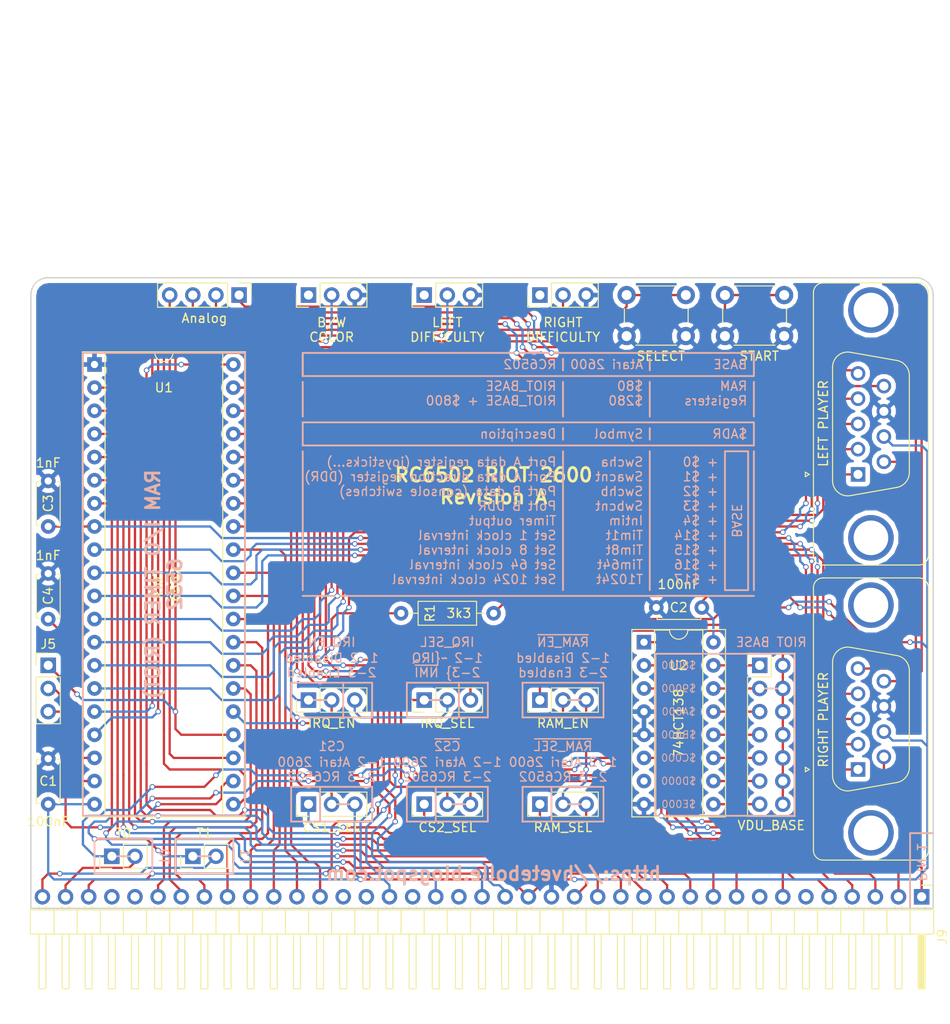
<source format=kicad_pcb>
(kicad_pcb (version 4) (host pcbnew 4.0.7)
  (layers (0 F.Cu signal) (31 B.Cu signal) (34 B.Paste user) (35 F.Paste user) (36 B.SilkS user) (37 F.SilkS user) (38 B.Mask user) (39 F.Mask user) (44 Edge.Cuts user))
  (net 0 "")
  (net 1 VCC)
  (net 2 "Net-(J2-Pad1)")
  (net 3 "Net-(J2-Pad3)")
  (net 4 "Net-(J2-Pad5)")
  (net 5 "Net-(J2-Pad7)")
  (net 6 "Net-(J2-Pad9)")
  (net 7 GND)
  (net 8 "Net-(J2-Pad11)")
  (net 9 "Net-(J2-Pad13)")
  (net 10 /P0)
  (net 11 /P1)
  (net 12 /P2)
  (net 13 /P3)
  (net 14 /A7)
  (net 15 /A5)
  (net 16 /A4)
  (net 17 /A3)
  (net 18 /A2)
  (net 19 /A1)
  (net 20 /A0)
  (net 21 /PHI2)
  (net 22 /R/~W)
  (net 23 /D0)
  (net 24 /D1)
  (net 25 /D2)
  (net 26 /D3)
  (net 27 /D4)
  (net 28 /D5)
  (net 29 /D6)
  (net 30 /D7)
  (net 31 "Net-(J9-Pad38)")
  (net 32 "Net-(J9-Pad39)")
  (net 33 "Net-(JP1-Pad1)")
  (net 34 /T1)
  (net 35 /T0)
  (net 36 /A15)
  (net 37 /A14)
  (net 38 /A13)
  (net 39 /A12)
  (net 40 /PA0)
  (net 41 /PB0)
  (net 42 /PA4)
  (net 43 /PA5)
  (net 44 /PA6)
  (net 45 /PA7)
  (net 46 RIOT_BASE)
  (net 47 /PA1)
  (net 48 /PA2)
  (net 49 /PA3)
  (net 50 /PB5)
  (net 51 /PB4)
  (net 52 /PB2)
  (net 53 /A11)
  (net 54 /A9)
  (net 55 /A6)
  (net 56 /~RES)
  (net 57 /IRQ_IN)
  (net 58 /NMI_IN)
  (net 59 /~IRQ)
  (net 60 "Net-(JP1-Pad3)")
  (net 61 /CS1)
  (net 62 /~CS2)
  (net 63 /~RS)
  (net 64 /PB3)
  (net 65 /PB6)
  (net 66 /PB7)
  (net 67 /PB1)
  (net 68 "Net-(JP11-Pad3)")
  (module Capacitors_THT:C_Disc_D4.7mm_W2.5mm_P5.00mm (layer F.Cu) (at 54.61 132.715 90)
    (fp_text reference C1 (at 2.54 0 180) (layer F.SilkS))
    (fp_text value 100nF (at -1.905 0 180) (layer F.SilkS))
    (pad 1 thru_hole circle (at 0 0 90) (size 1.6 1.6) (drill 0.8) (layers *.Cu *.Mask) (net 1 VCC))
    (pad 2 thru_hole circle (at 5 0 90) (size 1.6 1.6) (drill 0.8) (layers *.Cu *.Mask) (net 7 GND))
  )
  (module Capacitors_THT:C_Disc_D4.7mm_W2.5mm_P5.00mm (layer F.Cu) (at 126.365 111.125 180)
    (fp_text reference C2 (at 2.54 0 360) (layer F.SilkS))
    (fp_text value 100nF (at 2.54 2.54 180) (layer F.SilkS))
    (pad 1 thru_hole circle (at 0 0 180) (size 1.6 1.6) (drill 0.8) (layers *.Cu *.Mask) (net 1 VCC))
    (pad 2 thru_hole circle (at 5 0 180) (size 1.6 1.6) (drill 0.8) (layers *.Cu *.Mask) (net 7 GND))
  )
  (module Housings_DIP:DIP-16_W7.62mm_Socket (layer F.Cu) (at 120.015 114.935)
    (fp_text reference U2 (at 3.81 2.54) (layer F.SilkS))
    (fp_text value 74HCT138 (at 3.81 8.89 90) (layer F.SilkS))
    (pad 1 thru_hole rect (at 0 0) (size 1.6 1.6) (drill 0.8) (layers *.Cu *.Mask) (net 39 /A12))
    (pad 9 thru_hole oval (at 7.62 17.78) (size 1.6 1.6) (drill 0.8) (layers *.Cu *.Mask) (net 9 "Net-(J2-Pad13)"))
    (pad 2 thru_hole oval (at 0 2.54) (size 1.6 1.6) (drill 0.8) (layers *.Cu *.Mask) (net 38 /A13))
    (pad 10 thru_hole oval (at 7.62 15.24) (size 1.6 1.6) (drill 0.8) (layers *.Cu *.Mask) (net 8 "Net-(J2-Pad11)"))
    (pad 3 thru_hole oval (at 0 5.08) (size 1.6 1.6) (drill 0.8) (layers *.Cu *.Mask) (net 37 /A14))
    (pad 11 thru_hole oval (at 7.62 12.7) (size 1.6 1.6) (drill 0.8) (layers *.Cu *.Mask) (net 6 "Net-(J2-Pad9)"))
    (pad 4 thru_hole oval (at 0 7.62) (size 1.6 1.6) (drill 0.8) (layers *.Cu *.Mask) (net 7 GND))
    (pad 12 thru_hole oval (at 7.62 10.16) (size 1.6 1.6) (drill 0.8) (layers *.Cu *.Mask) (net 5 "Net-(J2-Pad7)"))
    (pad 5 thru_hole oval (at 0 10.16) (size 1.6 1.6) (drill 0.8) (layers *.Cu *.Mask) (net 7 GND))
    (pad 13 thru_hole oval (at 7.62 7.62) (size 1.6 1.6) (drill 0.8) (layers *.Cu *.Mask) (net 4 "Net-(J2-Pad5)"))
    (pad 6 thru_hole oval (at 0 12.7) (size 1.6 1.6) (drill 0.8) (layers *.Cu *.Mask) (net 36 /A15))
    (pad 14 thru_hole oval (at 7.62 5.08) (size 1.6 1.6) (drill 0.8) (layers *.Cu *.Mask) (net 3 "Net-(J2-Pad3)"))
    (pad 7 thru_hole oval (at 0 15.24) (size 1.6 1.6) (drill 0.8) (layers *.Cu *.Mask))
    (pad 15 thru_hole oval (at 7.62 2.54) (size 1.6 1.6) (drill 0.8) (layers *.Cu *.Mask) (net 2 "Net-(J2-Pad1)"))
    (pad 8 thru_hole oval (at 0 17.78) (size 1.6 1.6) (drill 0.8) (layers *.Cu *.Mask) (net 7 GND))
    (pad 16 thru_hole oval (at 7.62 0) (size 1.6 1.6) (drill 0.8) (layers *.Cu *.Mask) (net 1 VCC))
  )
  (module Pin_Headers:Pin_Header_Straight_2x07_Pitch2.54mm (layer F.Cu) (at 132.715 117.475)
    (fp_text reference J2)
    (fp_text value VDU_BASE (at 1.27 17.57) (layer F.SilkS))
    (pad 1 thru_hole rect (at 0 0) (size 1.7 1.7) (drill 1) (layers *.Cu *.Mask) (net 2 "Net-(J2-Pad1)"))
    (pad 2 thru_hole oval (at 2.54 0) (size 1.7 1.7) (drill 1) (layers *.Cu *.Mask) (net 46 RIOT_BASE))
    (pad 3 thru_hole oval (at 0 2.54) (size 1.7 1.7) (drill 1) (layers *.Cu *.Mask) (net 3 "Net-(J2-Pad3)"))
    (pad 4 thru_hole oval (at 2.54 2.54) (size 1.7 1.7) (drill 1) (layers *.Cu *.Mask) (net 46 RIOT_BASE))
    (pad 5 thru_hole oval (at 0 5.08) (size 1.7 1.7) (drill 1) (layers *.Cu *.Mask) (net 4 "Net-(J2-Pad5)"))
    (pad 6 thru_hole oval (at 2.54 5.08) (size 1.7 1.7) (drill 1) (layers *.Cu *.Mask) (net 46 RIOT_BASE))
    (pad 7 thru_hole oval (at 0 7.62) (size 1.7 1.7) (drill 1) (layers *.Cu *.Mask) (net 5 "Net-(J2-Pad7)"))
    (pad 8 thru_hole oval (at 2.54 7.62) (size 1.7 1.7) (drill 1) (layers *.Cu *.Mask) (net 46 RIOT_BASE))
    (pad 9 thru_hole oval (at 0 10.16) (size 1.7 1.7) (drill 1) (layers *.Cu *.Mask) (net 6 "Net-(J2-Pad9)"))
    (pad 10 thru_hole oval (at 2.54 10.16) (size 1.7 1.7) (drill 1) (layers *.Cu *.Mask) (net 46 RIOT_BASE))
    (pad 11 thru_hole oval (at 0 12.7) (size 1.7 1.7) (drill 1) (layers *.Cu *.Mask) (net 8 "Net-(J2-Pad11)"))
    (pad 12 thru_hole oval (at 2.54 12.7) (size 1.7 1.7) (drill 1) (layers *.Cu *.Mask) (net 46 RIOT_BASE))
    (pad 13 thru_hole oval (at 0 15.24) (size 1.7 1.7) (drill 1) (layers *.Cu *.Mask) (net 9 "Net-(J2-Pad13)"))
    (pad 14 thru_hole oval (at 2.54 15.24) (size 1.7 1.7) (drill 1) (layers *.Cu *.Mask) (net 46 RIOT_BASE))
  )
  (module Capacitors_THT:C_Disc_D4.7mm_W2.5mm_P5.00mm (layer F.Cu) (at 54.61 102.235 90)
    (fp_text reference C3 (at 2.54 0 90) (layer F.SilkS))
    (fp_text value 1nF (at 6.985 0 180) (layer F.SilkS))
    (pad 1 thru_hole circle (at 0 0 90) (size 1.6 1.6) (drill 0.8) (layers *.Cu *.Mask) (net 40 /PA0))
    (pad 2 thru_hole circle (at 5 0 90) (size 1.6 1.6) (drill 0.8) (layers *.Cu *.Mask) (net 7 GND))
  )
  (module Capacitors_THT:C_Disc_D4.7mm_W2.5mm_P5.00mm (layer F.Cu) (at 54.61 112.395 90)
    (fp_text reference C4 (at 2.54 0 90) (layer F.SilkS))
    (fp_text value 1nF (at 6.985 0 180) (layer F.SilkS))
    (pad 1 thru_hole circle (at 0 0 90) (size 1.6 1.6) (drill 0.8) (layers *.Cu *.Mask) (net 41 /PB0))
    (pad 2 thru_hole circle (at 5 0 90) (size 1.6 1.6) (drill 0.8) (layers *.Cu *.Mask) (net 7 GND))
  )
  (module Pin_Headers:Pin_Header_Angled_1x39_Pitch2.54mm (layer F.Cu) (at 150.495 142.875 270)
    (fp_text reference J9 (at 4.385 -2.27 270) (layer F.SilkS))
    (fp_text value RC6502_Backplane_Extra)
    (pad 1 thru_hole rect (at 0 0 270) (size 1.7 1.7) (drill 1) (layers *.Cu *.Mask) (net 36 /A15))
    (pad 2 thru_hole oval (at 0 2.54 270) (size 1.7 1.7) (drill 1) (layers *.Cu *.Mask) (net 37 /A14))
    (pad 3 thru_hole oval (at 0 5.08 270) (size 1.7 1.7) (drill 1) (layers *.Cu *.Mask) (net 38 /A13))
    (pad 4 thru_hole oval (at 0 7.62 270) (size 1.7 1.7) (drill 1) (layers *.Cu *.Mask) (net 39 /A12))
    (pad 5 thru_hole oval (at 0 10.16 270) (size 1.7 1.7) (drill 1) (layers *.Cu *.Mask) (net 53 /A11))
    (pad 6 thru_hole oval (at 0 12.7 270) (size 1.7 1.7) (drill 1) (layers *.Cu *.Mask))
    (pad 7 thru_hole oval (at 0 15.24 270) (size 1.7 1.7) (drill 1) (layers *.Cu *.Mask) (net 54 /A9))
    (pad 8 thru_hole oval (at 0 17.78 270) (size 1.7 1.7) (drill 1) (layers *.Cu *.Mask))
    (pad 9 thru_hole oval (at 0 20.32 270) (size 1.7 1.7) (drill 1) (layers *.Cu *.Mask) (net 14 /A7))
    (pad 10 thru_hole oval (at 0 22.86 270) (size 1.7 1.7) (drill 1) (layers *.Cu *.Mask) (net 55 /A6))
    (pad 11 thru_hole oval (at 0 25.4 270) (size 1.7 1.7) (drill 1) (layers *.Cu *.Mask) (net 15 /A5))
    (pad 12 thru_hole oval (at 0 27.94 270) (size 1.7 1.7) (drill 1) (layers *.Cu *.Mask) (net 16 /A4))
    (pad 13 thru_hole oval (at 0 30.48 270) (size 1.7 1.7) (drill 1) (layers *.Cu *.Mask) (net 17 /A3))
    (pad 14 thru_hole oval (at 0 33.02 270) (size 1.7 1.7) (drill 1) (layers *.Cu *.Mask) (net 18 /A2))
    (pad 15 thru_hole oval (at 0 35.56 270) (size 1.7 1.7) (drill 1) (layers *.Cu *.Mask) (net 19 /A1))
    (pad 16 thru_hole oval (at 0 38.1 270) (size 1.7 1.7) (drill 1) (layers *.Cu *.Mask) (net 20 /A0))
    (pad 17 thru_hole oval (at 0 40.64 270) (size 1.7 1.7) (drill 1) (layers *.Cu *.Mask) (net 7 GND))
    (pad 18 thru_hole oval (at 0 43.18 270) (size 1.7 1.7) (drill 1) (layers *.Cu *.Mask) (net 1 VCC))
    (pad 19 thru_hole oval (at 0 45.72 270) (size 1.7 1.7) (drill 1) (layers *.Cu *.Mask) (net 21 /PHI2))
    (pad 20 thru_hole oval (at 0 48.26 270) (size 1.7 1.7) (drill 1) (layers *.Cu *.Mask) (net 56 /~RES))
    (pad 21 thru_hole oval (at 0 50.8 270) (size 1.7 1.7) (drill 1) (layers *.Cu *.Mask))
    (pad 22 thru_hole oval (at 0 53.34 270) (size 1.7 1.7) (drill 1) (layers *.Cu *.Mask) (net 57 /IRQ_IN))
    (pad 23 thru_hole oval (at 0 55.88 270) (size 1.7 1.7) (drill 1) (layers *.Cu *.Mask))
    (pad 24 thru_hole oval (at 0 58.42 270) (size 1.7 1.7) (drill 1) (layers *.Cu *.Mask) (net 22 /R/~W))
    (pad 25 thru_hole oval (at 0 60.96 270) (size 1.7 1.7) (drill 1) (layers *.Cu *.Mask))
    (pad 26 thru_hole oval (at 0 63.5 270) (size 1.7 1.7) (drill 1) (layers *.Cu *.Mask))
    (pad 27 thru_hole oval (at 0 66.04 270) (size 1.7 1.7) (drill 1) (layers *.Cu *.Mask) (net 23 /D0))
    (pad 28 thru_hole oval (at 0 68.58 270) (size 1.7 1.7) (drill 1) (layers *.Cu *.Mask) (net 24 /D1))
    (pad 29 thru_hole oval (at 0 71.12 270) (size 1.7 1.7) (drill 1) (layers *.Cu *.Mask) (net 25 /D2))
    (pad 30 thru_hole oval (at 0 73.66 270) (size 1.7 1.7) (drill 1) (layers *.Cu *.Mask) (net 26 /D3))
    (pad 31 thru_hole oval (at 0 76.2 270) (size 1.7 1.7) (drill 1) (layers *.Cu *.Mask) (net 27 /D4))
    (pad 32 thru_hole oval (at 0 78.74 270) (size 1.7 1.7) (drill 1) (layers *.Cu *.Mask) (net 28 /D5))
    (pad 33 thru_hole oval (at 0 81.28 270) (size 1.7 1.7) (drill 1) (layers *.Cu *.Mask) (net 29 /D6))
    (pad 34 thru_hole oval (at 0 83.82 270) (size 1.7 1.7) (drill 1) (layers *.Cu *.Mask) (net 30 /D7))
    (pad 35 thru_hole oval (at 0 86.36 270) (size 1.7 1.7) (drill 1) (layers *.Cu *.Mask))
    (pad 36 thru_hole oval (at 0 88.9 270) (size 1.7 1.7) (drill 1) (layers *.Cu *.Mask))
    (pad 37 thru_hole oval (at 0 91.44 270) (size 1.7 1.7) (drill 1) (layers *.Cu *.Mask) (net 58 /NMI_IN))
    (pad 38 thru_hole oval (at 0 93.98 270) (size 1.7 1.7) (drill 1) (layers *.Cu *.Mask) (net 31 "Net-(J9-Pad38)"))
    (pad 39 thru_hole oval (at 0 96.52 270) (size 1.7 1.7) (drill 1) (layers *.Cu *.Mask) (net 32 "Net-(J9-Pad39)"))
  )
  (module Pin_Headers:Pin_Header_Straight_1x03_Pitch2.54mm (layer F.Cu) (at 83.185 132.715 90)
    (fp_text reference JP2)
    (fp_text value CS1_SEL (at -2.54 2.54 180) (layer F.SilkS))
    (pad 1 thru_hole rect (at 0 0 90) (size 1.7 1.7) (drill 1) (layers *.Cu *.Mask) (net 14 /A7))
    (pad 2 thru_hole oval (at 0 2.54 90) (size 1.7 1.7) (drill 1) (layers *.Cu *.Mask) (net 61 /CS1))
    (pad 3 thru_hole oval (at 0 5.08 90) (size 1.7 1.7) (drill 1) (layers *.Cu *.Mask) (net 1 VCC))
  )
  (module Pin_Headers:Pin_Header_Straight_1x03_Pitch2.54mm (layer F.Cu) (at 95.885 132.715 90)
    (fp_text reference JP3)
    (fp_text value CS2_SEL (at -2.54 2.54 180) (layer F.SilkS))
    (pad 1 thru_hole rect (at 0 0 90) (size 1.7 1.7) (drill 1) (layers *.Cu *.Mask) (net 39 /A12))
    (pad 2 thru_hole oval (at 0 2.54 90) (size 1.7 1.7) (drill 1) (layers *.Cu *.Mask) (net 62 /~CS2))
    (pad 3 thru_hole oval (at 0 5.08 90) (size 1.7 1.7) (drill 1) (layers *.Cu *.Mask) (net 46 RIOT_BASE))
  )
  (module Pin_Headers:Pin_Header_Straight_1x02_Pitch2.54mm (layer F.Cu) (at 70.485 138.43 90)
    (fp_text reference JP4)
    (fp_text value T1_EN)
    (pad 1 thru_hole rect (at 0 0 90) (size 1.7 1.7) (drill 1) (layers *.Cu *.Mask) (net 34 /T1))
    (pad 2 thru_hole oval (at 0 2.54 90) (size 1.7 1.7) (drill 1) (layers *.Cu *.Mask) (net 32 "Net-(J9-Pad39)"))
  )
  (module Pin_Headers:Pin_Header_Straight_1x02_Pitch2.54mm (layer F.Cu) (at 61.595 138.43 90)
    (fp_text reference JP5)
    (fp_text value T0_EN)
    (pad 1 thru_hole rect (at 0 0 90) (size 1.7 1.7) (drill 1) (layers *.Cu *.Mask) (net 35 /T0))
    (pad 2 thru_hole oval (at 0 2.54 90) (size 1.7 1.7) (drill 1) (layers *.Cu *.Mask) (net 31 "Net-(J9-Pad38)"))
  )
  (module Resistors_THT:R_Axial_DIN0207_L6.3mm_D2.5mm_P10.16mm_Horizontal (layer F.Cu) (at 103.505 111.76 180)
    (fp_text reference R1 (at 6.985 0 270) (layer F.SilkS))
    (fp_text value 3k3 (at 3.81 0 180) (layer F.SilkS))
    (pad 1 thru_hole circle (at 0 0 180) (size 1.6 1.6) (drill 0.8) (layers *.Cu *.Mask) (net 1 VCC))
    (pad 2 thru_hole oval (at 10.16 0 180) (size 1.6 1.6) (drill 0.8) (layers *.Cu *.Mask) (net 33 "Net-(JP1-Pad1)"))
  )
  (module Housings_DIP:DIP-40_W15.24mm_Socket (layer F.Cu) (at 59.69 84.455)
    (fp_text reference U1 (at 7.62 2.54) (layer F.SilkS))
    (fp_text value RIOT (at 6.985 24.13 90) (layer F.SilkS))
    (pad 1 thru_hole rect (at 0 0) (size 1.6 1.6) (drill 0.8) (layers *.Cu *.Mask) (net 7 GND))
    (pad 21 thru_hole oval (at 15.24 48.26) (size 1.6 1.6) (drill 0.8) (layers *.Cu *.Mask) (net 64 /PB3))
    (pad 2 thru_hole oval (at 0 2.54) (size 1.6 1.6) (drill 0.8) (layers *.Cu *.Mask) (net 15 /A5))
    (pad 22 thru_hole oval (at 15.24 45.72) (size 1.6 1.6) (drill 0.8) (layers *.Cu *.Mask) (net 52 /PB2))
    (pad 3 thru_hole oval (at 0 5.08) (size 1.6 1.6) (drill 0.8) (layers *.Cu *.Mask) (net 16 /A4))
    (pad 23 thru_hole oval (at 15.24 43.18) (size 1.6 1.6) (drill 0.8) (layers *.Cu *.Mask) (net 67 /PB1))
    (pad 4 thru_hole oval (at 0 7.62) (size 1.6 1.6) (drill 0.8) (layers *.Cu *.Mask) (net 17 /A3))
    (pad 24 thru_hole oval (at 15.24 40.64) (size 1.6 1.6) (drill 0.8) (layers *.Cu *.Mask) (net 41 /PB0))
    (pad 5 thru_hole oval (at 0 10.16) (size 1.6 1.6) (drill 0.8) (layers *.Cu *.Mask) (net 18 /A2))
    (pad 25 thru_hole oval (at 15.24 38.1) (size 1.6 1.6) (drill 0.8) (layers *.Cu *.Mask) (net 59 /~IRQ))
    (pad 6 thru_hole oval (at 0 12.7) (size 1.6 1.6) (drill 0.8) (layers *.Cu *.Mask) (net 19 /A1))
    (pad 26 thru_hole oval (at 15.24 35.56) (size 1.6 1.6) (drill 0.8) (layers *.Cu *.Mask) (net 30 /D7))
    (pad 7 thru_hole oval (at 0 15.24) (size 1.6 1.6) (drill 0.8) (layers *.Cu *.Mask) (net 20 /A0))
    (pad 27 thru_hole oval (at 15.24 33.02) (size 1.6 1.6) (drill 0.8) (layers *.Cu *.Mask) (net 29 /D6))
    (pad 8 thru_hole oval (at 0 17.78) (size 1.6 1.6) (drill 0.8) (layers *.Cu *.Mask) (net 40 /PA0))
    (pad 28 thru_hole oval (at 15.24 30.48) (size 1.6 1.6) (drill 0.8) (layers *.Cu *.Mask) (net 28 /D5))
    (pad 9 thru_hole oval (at 0 20.32) (size 1.6 1.6) (drill 0.8) (layers *.Cu *.Mask) (net 47 /PA1))
    (pad 29 thru_hole oval (at 15.24 27.94) (size 1.6 1.6) (drill 0.8) (layers *.Cu *.Mask) (net 27 /D4))
    (pad 10 thru_hole oval (at 0 22.86) (size 1.6 1.6) (drill 0.8) (layers *.Cu *.Mask) (net 48 /PA2))
    (pad 30 thru_hole oval (at 15.24 25.4) (size 1.6 1.6) (drill 0.8) (layers *.Cu *.Mask) (net 26 /D3))
    (pad 11 thru_hole oval (at 0 25.4) (size 1.6 1.6) (drill 0.8) (layers *.Cu *.Mask) (net 49 /PA3))
    (pad 31 thru_hole oval (at 15.24 22.86) (size 1.6 1.6) (drill 0.8) (layers *.Cu *.Mask) (net 25 /D2))
    (pad 12 thru_hole oval (at 0 27.94) (size 1.6 1.6) (drill 0.8) (layers *.Cu *.Mask) (net 42 /PA4))
    (pad 32 thru_hole oval (at 15.24 20.32) (size 1.6 1.6) (drill 0.8) (layers *.Cu *.Mask) (net 24 /D1))
    (pad 13 thru_hole oval (at 0 30.48) (size 1.6 1.6) (drill 0.8) (layers *.Cu *.Mask) (net 43 /PA5))
    (pad 33 thru_hole oval (at 15.24 17.78) (size 1.6 1.6) (drill 0.8) (layers *.Cu *.Mask) (net 23 /D0))
    (pad 14 thru_hole oval (at 0 33.02) (size 1.6 1.6) (drill 0.8) (layers *.Cu *.Mask) (net 44 /PA6))
    (pad 34 thru_hole oval (at 15.24 15.24) (size 1.6 1.6) (drill 0.8) (layers *.Cu *.Mask) (net 56 /~RES))
    (pad 15 thru_hole oval (at 0 35.56) (size 1.6 1.6) (drill 0.8) (layers *.Cu *.Mask) (net 45 /PA7))
    (pad 35 thru_hole oval (at 15.24 12.7) (size 1.6 1.6) (drill 0.8) (layers *.Cu *.Mask) (net 22 /R/~W))
    (pad 16 thru_hole oval (at 0 38.1) (size 1.6 1.6) (drill 0.8) (layers *.Cu *.Mask) (net 66 /PB7))
    (pad 36 thru_hole oval (at 15.24 10.16) (size 1.6 1.6) (drill 0.8) (layers *.Cu *.Mask) (net 63 /~RS))
    (pad 17 thru_hole oval (at 0 40.64) (size 1.6 1.6) (drill 0.8) (layers *.Cu *.Mask) (net 65 /PB6))
    (pad 37 thru_hole oval (at 15.24 7.62) (size 1.6 1.6) (drill 0.8) (layers *.Cu *.Mask) (net 62 /~CS2))
    (pad 18 thru_hole oval (at 0 43.18) (size 1.6 1.6) (drill 0.8) (layers *.Cu *.Mask) (net 50 /PB5))
    (pad 38 thru_hole oval (at 15.24 5.08) (size 1.6 1.6) (drill 0.8) (layers *.Cu *.Mask) (net 61 /CS1))
    (pad 19 thru_hole oval (at 0 45.72) (size 1.6 1.6) (drill 0.8) (layers *.Cu *.Mask) (net 51 /PB4))
    (pad 39 thru_hole oval (at 15.24 2.54) (size 1.6 1.6) (drill 0.8) (layers *.Cu *.Mask) (net 21 /PHI2))
    (pad 20 thru_hole oval (at 0 48.26) (size 1.6 1.6) (drill 0.8) (layers *.Cu *.Mask) (net 1 VCC))
    (pad 40 thru_hole oval (at 15.24 0) (size 1.6 1.6) (drill 0.8) (layers *.Cu *.Mask) (net 55 /A6))
  )
  (module Pin_Headers:Pin_Header_Straight_1x04_Pitch2.54mm (layer F.Cu) (at 75.565 76.835 270)
    (fp_text reference J3)
    (fp_text value Analog (at 2.54 3.81 360) (layer F.SilkS))
    (pad 1 thru_hole rect (at 0 0 270) (size 1.7 1.7) (drill 1) (layers *.Cu *.Mask) (net 10 /P0))
    (pad 2 thru_hole oval (at 0 2.54 270) (size 1.7 1.7) (drill 1) (layers *.Cu *.Mask) (net 11 /P1))
    (pad 3 thru_hole oval (at 0 5.08 270) (size 1.7 1.7) (drill 1) (layers *.Cu *.Mask) (net 12 /P2))
    (pad 4 thru_hole oval (at 0 7.62 270) (size 1.7 1.7) (drill 1) (layers *.Cu *.Mask) (net 13 /P3))
  )
  (module RND_DSUB:DSUB-9_Male_Vertical_Pitch2.77x2.84mm (layer F.Cu) (at 143.51 96.52 90)
    (fp_text reference J1)
    (fp_text value "LEFT PLAYER" (at 5.588 -3.81 90) (layer F.SilkS))
    (pad 1 thru_hole rect (at 0 0 90) (size 1.6 1.6) (drill 1) (layers *.Cu *.Mask) (net 42 /PA4))
    (pad 2 thru_hole circle (at 2.77 0 90) (size 1.6 1.6) (drill 1) (layers *.Cu *.Mask) (net 43 /PA5))
    (pad 3 thru_hole circle (at 5.54 0 90) (size 1.6 1.6) (drill 1) (layers *.Cu *.Mask) (net 44 /PA6))
    (pad 4 thru_hole circle (at 8.31 0 90) (size 1.6 1.6) (drill 1) (layers *.Cu *.Mask) (net 45 /PA7))
    (pad 5 thru_hole circle (at 11.08 0 90) (size 1.6 1.6) (drill 1) (layers *.Cu *.Mask) (net 12 /P2))
    (pad 6 thru_hole circle (at 1.385 2.84 90) (size 1.6 1.6) (drill 1) (layers *.Cu *.Mask) (net 34 /T1))
    (pad 7 thru_hole circle (at 4.155 2.84 90) (size 1.6 1.6) (drill 1) (layers *.Cu *.Mask) (net 1 VCC))
    (pad 8 thru_hole circle (at 6.925 2.84 90) (size 1.6 1.6) (drill 1) (layers *.Cu *.Mask) (net 7 GND))
    (pad 9 thru_hole circle (at 9.695 2.84 90) (size 1.6 1.6) (drill 1) (layers *.Cu *.Mask) (net 13 /P3))
    (pad "" np_thru_hole circle (at 18.04 1.42 90) (size 5 5) (drill 3.8) (layers *.Cu *.Mask))
    (pad "" np_thru_hole circle (at -6.96 1.42 90) (size 5 5) (drill 3.8) (layers *.Cu *.Mask))
  )
  (module RND_DSUB:DSUB-9_Male_Vertical_Pitch2.77x2.84mm (layer F.Cu) (at 143.51 128.905 90)
    (fp_text reference J4)
    (fp_text value "RIGHT PLAYER" (at 5.461 -3.81 90) (layer F.SilkS))
    (pad 1 thru_hole rect (at 0 0 90) (size 1.6 1.6) (drill 1) (layers *.Cu *.Mask) (net 40 /PA0))
    (pad 2 thru_hole circle (at 2.77 0 90) (size 1.6 1.6) (drill 1) (layers *.Cu *.Mask) (net 47 /PA1))
    (pad 3 thru_hole circle (at 5.54 0 90) (size 1.6 1.6) (drill 1) (layers *.Cu *.Mask) (net 48 /PA2))
    (pad 4 thru_hole circle (at 8.31 0 90) (size 1.6 1.6) (drill 1) (layers *.Cu *.Mask) (net 49 /PA3))
    (pad 5 thru_hole circle (at 11.08 0 90) (size 1.6 1.6) (drill 1) (layers *.Cu *.Mask) (net 10 /P0))
    (pad 6 thru_hole circle (at 1.385 2.84 90) (size 1.6 1.6) (drill 1) (layers *.Cu *.Mask) (net 35 /T0))
    (pad 7 thru_hole circle (at 4.155 2.84 90) (size 1.6 1.6) (drill 1) (layers *.Cu *.Mask) (net 1 VCC))
    (pad 8 thru_hole circle (at 6.925 2.84 90) (size 1.6 1.6) (drill 1) (layers *.Cu *.Mask) (net 7 GND))
    (pad 9 thru_hole circle (at 9.695 2.84 90) (size 1.6 1.6) (drill 1) (layers *.Cu *.Mask) (net 11 /P1))
    (pad "" np_thru_hole circle (at 18.04 1.42 90) (size 5 5) (drill 3.8) (layers *.Cu *.Mask))
    (pad "" np_thru_hole circle (at -6.96 1.42 90) (size 5 5) (drill 3.8) (layers *.Cu *.Mask))
  )
  (module Pin_Headers:Pin_Header_Straight_1x03_Pitch2.54mm (layer F.Cu) (at 54.61 117.475)
    (fp_text reference J5 (at 0 -2.33) (layer F.SilkS))
    (fp_text value AUX)
    (pad 1 thru_hole rect (at 0 0) (size 1.7 1.7) (drill 1) (layers *.Cu *.Mask) (net 50 /PB5))
    (pad 2 thru_hole oval (at 0 2.54) (size 1.7 1.7) (drill 1) (layers *.Cu *.Mask) (net 51 /PB4))
    (pad 3 thru_hole oval (at 0 5.08) (size 1.7 1.7) (drill 1) (layers *.Cu *.Mask) (net 52 /PB2))
  )
  (module Pin_Headers:Pin_Header_Straight_1x03_Pitch2.54mm (layer F.Cu) (at 83.185 121.285 90)
    (fp_text reference JP1)
    (fp_text value IRQ_EN (at -2.54 2.54 180) (layer F.SilkS))
    (pad 1 thru_hole rect (at 0 0 90) (size 1.7 1.7) (drill 1) (layers *.Cu *.Mask) (net 33 "Net-(JP1-Pad1)"))
    (pad 2 thru_hole oval (at 0 2.54 90) (size 1.7 1.7) (drill 1) (layers *.Cu *.Mask) (net 59 /~IRQ))
    (pad 3 thru_hole oval (at 0 5.08 90) (size 1.7 1.7) (drill 1) (layers *.Cu *.Mask) (net 60 "Net-(JP1-Pad3)"))
  )
  (module Pin_Headers:Pin_Header_Straight_1x03_Pitch2.54mm (layer F.Cu) (at 95.885 121.285 90)
    (fp_text reference JP7)
    (fp_text value IRQ_SEL (at -2.54 2.54 180) (layer F.SilkS))
    (pad 1 thru_hole rect (at 0 0 90) (size 1.7 1.7) (drill 1) (layers *.Cu *.Mask) (net 57 /IRQ_IN))
    (pad 2 thru_hole oval (at 0 2.54 90) (size 1.7 1.7) (drill 1) (layers *.Cu *.Mask) (net 60 "Net-(JP1-Pad3)"))
    (pad 3 thru_hole oval (at 0 5.08 90) (size 1.7 1.7) (drill 1) (layers *.Cu *.Mask) (net 58 /NMI_IN))
  )
  (module Pin_Headers:Pin_Header_Straight_1x03_Pitch2.54mm (layer F.Cu) (at 83.185 76.835 90)
    (fp_text reference JP8 hide)
    (fp_text value B/W)
    (pad 1 thru_hole rect (at 0 0 90) (size 1.7 1.7) (drill 1) (layers *.Cu *.Mask))
    (pad 2 thru_hole oval (at 0 2.54 90) (size 1.7 1.7) (drill 1) (layers *.Cu *.Mask) (net 64 /PB3))
    (pad 3 thru_hole oval (at 0 5.08 90) (size 1.7 1.7) (drill 1) (layers *.Cu *.Mask) (net 7 GND))
  )
  (module Pin_Headers:Pin_Header_Straight_1x03_Pitch2.54mm (layer F.Cu) (at 95.885 76.835 90)
    (fp_text reference JP9 hide)
    (fp_text value L_DIFF)
    (pad 1 thru_hole rect (at 0 0 90) (size 1.7 1.7) (drill 1) (layers *.Cu *.Mask))
    (pad 2 thru_hole oval (at 0 2.54 90) (size 1.7 1.7) (drill 1) (layers *.Cu *.Mask) (net 65 /PB6))
    (pad 3 thru_hole oval (at 0 5.08 90) (size 1.7 1.7) (drill 1) (layers *.Cu *.Mask) (net 7 GND))
  )
  (module Pin_Headers:Pin_Header_Straight_1x03_Pitch2.54mm (layer F.Cu) (at 108.585 76.835 90)
    (fp_text reference JP10 hide)
    (fp_text value R_DIFF)
    (pad 1 thru_hole rect (at 0 0 90) (size 1.7 1.7) (drill 1) (layers *.Cu *.Mask))
    (pad 2 thru_hole oval (at 0 2.54 90) (size 1.7 1.7) (drill 1) (layers *.Cu *.Mask) (net 66 /PB7))
    (pad 3 thru_hole oval (at 0 5.08 90) (size 1.7 1.7) (drill 1) (layers *.Cu *.Mask) (net 7 GND))
  )
  (module Buttons_Switches_THT:SW_PUSH_6mm (layer F.Cu) (at 118.11 76.835)
    (fp_text reference SW1)
    (fp_text value SELECT (at 3.75 6.7) (layer F.SilkS))
    (pad 2 thru_hole circle (at 0 4.5 90) (size 2 2) (drill 1.1) (layers *.Cu *.Mask) (net 7 GND))
    (pad 1 thru_hole circle (at 0 0 90) (size 2 2) (drill 1.1) (layers *.Cu *.Mask) (net 67 /PB1))
    (pad 2 thru_hole circle (at 6.5 4.5 90) (size 2 2) (drill 1.1) (layers *.Cu *.Mask) (net 7 GND))
    (pad 1 thru_hole circle (at 6.5 0 90) (size 2 2) (drill 1.1) (layers *.Cu *.Mask) (net 67 /PB1))
  )
  (module Buttons_Switches_THT:SW_PUSH_6mm (layer F.Cu) (at 128.905 76.835)
    (fp_text reference SW2)
    (fp_text value START (at 3.75 6.7) (layer F.SilkS))
    (pad 2 thru_hole circle (at 0 4.5 90) (size 2 2) (drill 1.1) (layers *.Cu *.Mask) (net 7 GND))
    (pad 1 thru_hole circle (at 0 0 90) (size 2 2) (drill 1.1) (layers *.Cu *.Mask) (net 41 /PB0))
    (pad 2 thru_hole circle (at 6.5 4.5 90) (size 2 2) (drill 1.1) (layers *.Cu *.Mask) (net 7 GND))
    (pad 1 thru_hole circle (at 6.5 0 90) (size 2 2) (drill 1.1) (layers *.Cu *.Mask) (net 41 /PB0))
  )
  (module Pin_Headers:Pin_Header_Straight_1x03_Pitch2.54mm (layer F.Cu) (at 108.585 132.715 90)
    (fp_text reference JP6)
    (fp_text value RAM_SEL (at -2.54 2.54 180) (layer F.SilkS))
    (pad 1 thru_hole rect (at 0 0 90) (size 1.7 1.7) (drill 1) (layers *.Cu *.Mask) (net 54 /A9))
    (pad 2 thru_hole oval (at 0 2.54 90) (size 1.7 1.7) (drill 1) (layers *.Cu *.Mask) (net 68 "Net-(JP11-Pad3)"))
    (pad 3 thru_hole oval (at 0 5.08 90) (size 1.7 1.7) (drill 1) (layers *.Cu *.Mask) (net 53 /A11))
  )
  (module Pin_Headers:Pin_Header_Straight_1x03_Pitch2.54mm (layer F.Cu) (at 108.585 121.285 90)
    (fp_text reference JP11)
    (fp_text value RAM_EN (at -2.54 2.54 180) (layer F.SilkS))
    (pad 1 thru_hole rect (at 0 0 90) (size 1.7 1.7) (drill 1) (layers *.Cu *.Mask) (net 1 VCC))
    (pad 2 thru_hole oval (at 0 2.54 90) (size 1.7 1.7) (drill 1) (layers *.Cu *.Mask) (net 63 /~RS))
    (pad 3 thru_hole oval (at 0 5.08 90) (size 1.7 1.7) (drill 1) (layers *.Cu *.Mask) (net 68 "Net-(JP11-Pad3)"))
  )
  (gr_text T1 (at 76.2 138.43 270) (layer B.SilkS) (effects (font (size 1 1)) (justify mirror)))
  (gr_text T0 (at 67.31 138.43 270) (layer B.SilkS) (effects (font (size 1 1)) (justify mirror)))
  (gr_line (start 132.715 120.015) (end 135.255 120.015) (angle 90) (layer B.SilkS) (width 0.2))
  (gr_line (start 70.485 138.43) (end 73.025 138.43) (angle 90) (layer B.SilkS) (width 0.2))
  (gr_line (start 68.58 140.335) (end 68.58 136.525) (angle 90) (layer B.SilkS) (width 0.2))
  (gr_line (start 74.93 140.335) (end 68.58 140.335) (angle 90) (layer B.SilkS) (width 0.2))
  (gr_line (start 74.93 136.525) (end 74.93 140.335) (angle 90) (layer B.SilkS) (width 0.2))
  (gr_line (start 68.58 136.525) (end 74.93 136.525) (angle 90) (layer B.SilkS) (width 0.2))
  (gr_line (start 61.595 138.43) (end 64.135 138.43) (angle 90) (layer B.SilkS) (width 0.2))
  (gr_line (start 59.69 136.525) (end 59.69 140.335) (angle 90) (layer B.SilkS) (width 0.2))
  (gr_line (start 66.04 136.525) (end 59.69 136.525) (angle 90) (layer B.SilkS) (width 0.2))
  (gr_line (start 66.04 140.335) (end 66.04 136.525) (angle 90) (layer B.SilkS) (width 0.2))
  (gr_line (start 59.69 140.335) (end 66.04 140.335) (angle 90) (layer B.SilkS) (width 0.2))
  (gr_text T1 (at 71.755 135.89) (layer F.SilkS) (effects (font (size 1 1))))
  (gr_text T0 (at 62.865 135.89) (layer F.SilkS) (effects (font (size 1 1))))
  (gr_text https://hvetebolle.blogspot.com (at 103.505 140.335) (layer B.SilkS) (effects (font (size 1.5 1.5) (thickness 0.3)) (justify mirror)))
  (gr_line (start 132.08 89.535) (end 132.08 90.17) (angle 90) (layer B.SilkS) (width 0.2))
  (gr_line (start 120.65 90.17) (end 120.65 89.535) (angle 90) (layer B.SilkS) (width 0.2))
  (gr_line (start 111.125 90.17) (end 111.125 89.535) (angle 90) (layer B.SilkS) (width 0.2))
  (gr_line (start 82.55 89.535) (end 82.55 90.17) (angle 90) (layer B.SilkS) (width 0.2))
  (gr_line (start 120.65 85.09) (end 120.65 83.82) (angle 90) (layer B.SilkS) (width 0.2))
  (gr_line (start 111.125 85.09) (end 111.125 83.82) (angle 90) (layer B.SilkS) (width 0.2))
  (gr_line (start 111.125 91.44) (end 111.125 92.71) (angle 90) (layer B.SilkS) (width 0.2))
  (gr_line (start 120.65 91.44) (end 120.65 92.71) (angle 90) (layer B.SilkS) (width 0.2))
  (gr_line (start 82.55 109.855) (end 132.08 109.855) (angle 90) (layer B.SilkS) (width 0.2))
  (gr_line (start 82.55 93.98) (end 82.55 109.22) (angle 90) (layer B.SilkS) (width 0.2))
  (gr_line (start 82.55 86.36) (end 82.55 89.535) (angle 90) (layer B.SilkS) (width 0.2))
  (gr_line (start 132.08 89.535) (end 132.08 86.36) (angle 90) (layer B.SilkS) (width 0.2))
  (gr_line (start 132.08 109.22) (end 132.08 93.98) (angle 90) (layer B.SilkS) (width 0.2))
  (gr_line (start 120.65 93.98) (end 120.65 109.22) (angle 90) (layer B.SilkS) (width 0.2))
  (gr_line (start 120.65 86.36) (end 120.65 89.535) (angle 90) (layer B.SilkS) (width 0.2))
  (gr_line (start 111.125 89.535) (end 111.125 86.36) (angle 90) (layer B.SilkS) (width 0.2))
  (gr_line (start 111.125 93.98) (end 111.125 109.22) (angle 90) (layer B.SilkS) (width 0.2))
  (gr_text Description (at 110.49 92.075) (layer B.SilkS) (effects (font (size 1 1)) (justify left mirror)))
  (gr_text Symbol (at 120.015 92.075) (layer B.SilkS) (effects (font (size 1 1)) (justify left mirror)))
  (gr_text $ADR (at 131.445 92.075) (layer B.SilkS) (effects (font (size 1 1)) (justify left mirror)))
  (gr_line (start 82.55 90.805) (end 82.55 93.345) (angle 90) (layer B.SilkS) (width 0.2))
  (gr_line (start 132.08 90.805) (end 82.55 90.805) (angle 90) (layer B.SilkS) (width 0.2))
  (gr_line (start 132.08 93.345) (end 132.08 90.805) (angle 90) (layer B.SilkS) (width 0.2))
  (gr_line (start 132.08 93.345) (end 82.55 93.345) (angle 90) (layer B.SilkS) (width 0.2))
  (gr_line (start 82.55 85.725) (end 82.55 83.185) (angle 90) (layer B.SilkS) (width 0.2))
  (gr_text "RIOT_BASE\nRIOT_BASE + $800" (at 110.49 87.63) (layer B.SilkS) (effects (font (size 1 1)) (justify left mirror)))
  (gr_text "$80\n$280" (at 120.015 87.63) (layer B.SilkS) (effects (font (size 1 1)) (justify left mirror)))
  (gr_text "RAM\nRegisters" (at 131.445 87.63) (layer B.SilkS) (effects (font (size 1 1)) (justify left mirror)))
  (gr_line (start 132.08 83.185) (end 132.08 85.725) (angle 90) (layer B.SilkS) (width 0.2))
  (gr_line (start 82.55 83.185) (end 132.08 83.185) (angle 90) (layer B.SilkS) (width 0.2))
  (gr_line (start 82.55 85.725) (end 82.55 83.185) (angle 90) (layer B.SilkS) (width 0.2))
  (gr_line (start 132.08 85.725) (end 82.55 85.725) (angle 90) (layer B.SilkS) (width 0.2))
  (gr_line (start 128.905 93.98) (end 128.905 109.22) (angle 90) (layer B.SilkS) (width 0.2))
  (gr_line (start 131.445 93.98) (end 128.905 93.98) (angle 90) (layer B.SilkS) (width 0.2))
  (gr_line (start 131.445 109.22) (end 131.445 93.98) (angle 90) (layer B.SilkS) (width 0.2))
  (gr_line (start 128.905 109.22) (end 131.445 109.22) (angle 90) (layer B.SilkS) (width 0.2))
  (gr_text BASE (at 130.175 101.6 270) (layer B.SilkS) (effects (font (size 1 1)) (justify mirror)))
  (gr_text "Port A data register (joysticks...)\nPort A data direction register (DDR)\nPort B data (console switches)\nPort B DDR\nTimer output\nSet 1 clock interval\nSet 8 clock interval\nSet 64 clock interval\nSet 1024 clock interval" (at 110.49 101.6) (layer B.SilkS) (effects (font (size 1 1)) (justify left mirror)))
  (gr_text "Swcha\nSwacnt\nSwchb\nSwbcnt\nIntim\nTim1t\nTim8t\nTim64t\nT1024t" (at 120.015 101.6) (layer B.SilkS) (effects (font (size 1 1)) (justify left mirror)))
  (gr_text "+ $0\n+ $1\n+ $2\n+ $3\n+ $4\n+ $14\n+ $15\n+ $16\n+ $17" (at 128.27 101.6) (layer B.SilkS) (effects (font (size 1 1)) (justify left mirror)))
  (gr_text "Atari 2600" (at 120.015 84.455) (layer B.SilkS) (effects (font (size 1 1)) (justify left mirror)))
  (gr_text BASE (at 131.445 84.455) (layer B.SilkS) (effects (font (size 1 1)) (justify left mirror)))
  (gr_text RC6502 (at 110.49 84.455) (layer B.SilkS) (effects (font (size 1 1)) (justify left mirror)))
  (gr_text "RAM I/O TIMER (RIOT)\n6532" (at 67.31 108.585 90) (layer B.SilkS) (effects (font (size 1.5 1.5) (thickness 0.3)) (justify mirror)))
  (gr_text 6532 (at 68.58 108.585 90) (layer F.SilkS) (effects (font (size 1 1))))
  (gr_text "1-2 Disabled\n2-3 Enabled" (at 111.125 117.475) (layer B.SilkS) (effects (font (size 1 1)) (justify mirror)))
  (gr_line (start 98.425 121.285) (end 95.885 121.285) (angle 90) (layer B.SilkS) (width 0.2))
  (gr_line (start 99.695 119.38) (end 99.695 123.19) (angle 90) (layer B.SilkS) (width 0.2))
  (gr_line (start 83.185 121.285) (end 85.725 121.285) (angle 90) (layer B.SilkS) (width 0.2))
  (gr_line (start 86.995 119.38) (end 86.995 123.19) (angle 90) (layer B.SilkS) (width 0.2))
  (gr_text IRQ_EN (at 85.725 114.935) (layer B.SilkS) (effects (font (size 1 1)) (justify mirror)))
  (gr_text IRQ_SEL (at 98.425 114.935) (layer B.SilkS) (effects (font (size 1 1)) (justify mirror)))
  (gr_text "1-2 ~IRQ\n2-3 ~NMI" (at 98.425 117.475) (layer B.SilkS) (effects (font (size 1 1)) (justify mirror)))
  (gr_line (start 93.98 119.38) (end 93.98 123.19) (angle 90) (layer B.SilkS) (width 0.2))
  (gr_line (start 102.87 119.38) (end 93.98 119.38) (angle 90) (layer B.SilkS) (width 0.2))
  (gr_line (start 102.87 123.19) (end 102.87 119.38) (angle 90) (layer B.SilkS) (width 0.2))
  (gr_line (start 93.98 123.19) (end 102.87 123.19) (angle 90) (layer B.SilkS) (width 0.2))
  (gr_line (start 81.28 123.19) (end 81.28 119.38) (angle 90) (layer B.SilkS) (width 0.2))
  (gr_line (start 90.17 123.19) (end 81.28 123.19) (angle 90) (layer B.SilkS) (width 0.2))
  (gr_line (start 90.17 119.38) (end 90.17 123.19) (angle 90) (layer B.SilkS) (width 0.2))
  (gr_line (start 81.28 119.38) (end 90.17 119.38) (angle 90) (layer B.SilkS) (width 0.2))
  (gr_text ~RAM_EN (at 111.125 114.935) (layer B.SilkS) (effects (font (size 1 1)) (justify mirror)))
  (gr_text "1-2 Disabled\n2-3 Enabled" (at 85.725 117.475) (layer B.SilkS) (effects (font (size 1 1)) (justify mirror)))
  (gr_line (start 111.125 121.285) (end 113.665 121.285) (angle 90) (layer B.SilkS) (width 0.2))
  (gr_line (start 106.68 119.38) (end 106.68 123.19) (angle 90) (layer B.SilkS) (width 0.2))
  (gr_line (start 115.57 119.38) (end 106.68 119.38) (angle 90) (layer B.SilkS) (width 0.2))
  (gr_line (start 115.57 123.19) (end 115.57 119.38) (angle 90) (layer B.SilkS) (width 0.2))
  (gr_line (start 106.68 123.19) (end 115.57 123.19) (angle 90) (layer B.SilkS) (width 0.2))
  (gr_line (start 111.125 132.715) (end 113.665 132.715) (angle 90) (layer B.SilkS) (width 0.2))
  (gr_line (start 109.855 130.81) (end 109.855 134.62) (angle 90) (layer B.SilkS) (width 0.2))
  (gr_line (start 98.425 132.715) (end 100.965 132.715) (angle 90) (layer B.SilkS) (width 0.2))
  (gr_line (start 97.155 130.81) (end 97.155 134.62) (angle 90) (layer B.SilkS) (width 0.2))
  (gr_line (start 84.455 130.81) (end 84.455 134.62) (angle 90) (layer B.SilkS) (width 0.2))
  (gr_line (start 85.725 132.715) (end 88.265 132.715) (angle 90) (layer B.SilkS) (width 0.2))
  (gr_text "1-2 Atari 2600\n2-3 RC6502" (at 85.725 128.905) (layer B.SilkS) (effects (font (size 1 1)) (justify mirror)))
  (gr_text "1-2 Atari 2600\n2-3 RC6502" (at 98.425 128.905) (layer B.SilkS) (effects (font (size 1 1)) (justify mirror)))
  (gr_text "1-2 Atari 2600\n2-3 RC6502" (at 111.125 128.905) (layer B.SilkS) (effects (font (size 1 1)) (justify mirror)))
  (gr_text ~RAM_SEL (at 111.125 126.365) (layer B.SilkS) (effects (font (size 1 1)) (justify mirror)))
  (gr_text ~CS2 (at 98.425 126.365) (layer B.SilkS) (effects (font (size 1 1)) (justify mirror)))
  (gr_text CS1 (at 85.725 126.365) (layer B.SilkS) (effects (font (size 1 1)) (justify mirror)))
  (gr_line (start 115.57 130.81) (end 106.68 130.81) (angle 90) (layer B.SilkS) (width 0.2))
  (gr_line (start 115.57 134.62) (end 115.57 130.81) (angle 90) (layer B.SilkS) (width 0.2))
  (gr_line (start 106.68 134.62) (end 115.57 134.62) (angle 90) (layer B.SilkS) (width 0.2))
  (gr_line (start 106.68 130.81) (end 106.68 134.62) (angle 90) (layer B.SilkS) (width 0.2))
  (gr_line (start 93.98 134.62) (end 93.98 130.81) (angle 90) (layer B.SilkS) (width 0.2))
  (gr_line (start 102.87 134.62) (end 93.98 134.62) (angle 90) (layer B.SilkS) (width 0.2))
  (gr_line (start 102.87 130.81) (end 102.87 134.62) (angle 90) (layer B.SilkS) (width 0.2))
  (gr_line (start 93.98 130.81) (end 102.87 130.81) (angle 90) (layer B.SilkS) (width 0.2))
  (gr_line (start 90.17 130.81) (end 81.28 130.81) (angle 90) (layer B.SilkS) (width 0.2))
  (gr_line (start 90.17 134.62) (end 90.17 130.81) (angle 90) (layer B.SilkS) (width 0.2))
  (gr_line (start 81.28 134.62) (end 90.17 134.62) (angle 90) (layer B.SilkS) (width 0.2))
  (gr_line (start 81.28 130.81) (end 81.28 134.62) (angle 90) (layer B.SilkS) (width 0.2))
  (gr_text "B/W\nCOLOR" (at 85.725 80.645) (layer F.SilkS) (effects (font (size 1 1))))
  (gr_text "RIGHT\nDIFFICULTY" (at 111.125 80.645) (layer F.SilkS) (effects (font (size 1 1))))
  (gr_text "LEFT\nDIFFICULTY" (at 98.425 80.645) (layer F.SilkS) (effects (font (size 1 1))))
  (gr_line (start 151.765 83.185) (end 151.765 76.835) (angle 90) (layer Edge.Cuts) (width 0.15))
  (gr_line (start 132.08 74.93) (end 149.86 74.93) (angle 90) (layer Edge.Cuts) (width 0.15))
  (gr_text "RC6502 RIOT 2600\nRevision A" (at 103.505 97.79) (layer F.SilkS) (effects (font (size 1.5 1.5) (thickness 0.3))))
  (gr_text "PIN 1" (at 150.495 139.065 270) (layer B.SilkS) (effects (font (size 1 1)) (justify mirror)))
  (gr_line (start 149.225 135.89) (end 151.765 135.89) (angle 90) (layer B.SilkS) (width 0.2))
  (gr_line (start 149.225 144.145) (end 149.225 135.89) (angle 90) (layer B.SilkS) (width 0.2))
  (gr_line (start 76.2 83.185) (end 58.42 83.185) (angle 90) (layer B.SilkS) (width 0.2))
  (gr_line (start 76.2 133.985) (end 76.2 83.185) (angle 90) (layer B.SilkS) (width 0.2))
  (gr_line (start 58.42 133.985) (end 76.2 133.985) (angle 90) (layer B.SilkS) (width 0.2))
  (gr_line (start 58.42 83.185) (end 58.42 133.985) (angle 90) (layer B.SilkS) (width 0.2))
  (gr_text "RIOT BASE" (at 133.985 114.935) (layer B.SilkS) (effects (font (size 1 1)) (justify mirror)))
  (gr_line (start 151.765 83.185) (end 151.765 144.145) (angle 90) (layer Edge.Cuts) (width 0.15))
  (gr_line (start 132.08 74.93) (end 54.61 74.93) (angle 90) (layer Edge.Cuts) (width 0.15))
  (gr_line (start 52.705 144.145) (end 52.705 76.835) (angle 90) (layer Edge.Cuts) (width 0.15))
  (gr_arc (start 149.86 76.835) (end 149.86 74.93) (angle 90) (layer Edge.Cuts) (width 0.15))
  (gr_arc (start 54.61 76.835) (end 52.705 76.835) (angle 90) (layer Edge.Cuts) (width 0.15))
  (gr_line (start 136.525 133.985) (end 121.285 133.985) (angle 90) (layer B.SilkS) (width 0.2))
  (gr_line (start 136.525 116.205) (end 121.285 116.205) (angle 90) (layer B.SilkS) (width 0.2))
  (gr_line (start 136.525 133.985) (end 136.525 116.205) (angle 90) (layer B.SilkS) (width 0.2))
  (gr_line (start 121.285 116.205) (end 121.285 133.985) (angle 90) (layer B.SilkS) (width 0.2))
  (gr_text $E000 (at 123.825 132.715) (layer B.SilkS) (effects (font (size 0.8 0.8) (thickness 0.1)) (justify mirror)))
  (gr_text $D000 (at 123.825 130.175) (layer B.SilkS) (effects (font (size 0.8 0.8) (thickness 0.1)) (justify mirror)))
  (gr_text $C000 (at 123.825 127.635) (layer B.SilkS) (effects (font (size 0.8 0.8) (thickness 0.1)) (justify mirror)))
  (gr_text $A000 (at 123.825 122.555) (layer B.SilkS) (effects (font (size 0.8 0.8) (thickness 0.1)) (justify mirror)))
  (gr_text $9000 (at 123.825 120.015) (layer B.SilkS) (effects (font (size 0.8 0.8) (thickness 0.1)) (justify mirror)))
  (gr_text $8000 (at 123.825 117.475) (layer B.SilkS) (effects (font (size 0.8 0.8) (thickness 0.1)) (justify mirror)))
  (gr_text $B000 (at 123.825 125.095) (layer B.SilkS) (effects (font (size 0.8 0.8) (thickness 0.1)) (justify mirror)))
  (gr_line (start 151.765 144.145) (end 52.705 144.145) (angle 90) (layer Edge.Cuts) (width 0.15))
  (segment (start 126.365 111.125) (end 126.365 110.49) (width 0.25) (layer F.Cu) (net 1))
  (segment (start 126.365 110.49) (end 127 109.855) (width 0.25) (layer F.Cu) (net 1))
  (segment (start 125.095 109.855) (end 127 109.855) (width 0.25) (layer F.Cu) (net 1))
  (segment (start 127 109.855) (end 135.89 109.855) (width 0.25) (layer F.Cu) (net 1))
  (segment (start 135.89 109.855) (end 136.525 110.49) (width 0.25) (layer F.Cu) (net 1))
  (via (at 137.16 111.125) (size 0.6) (drill 0.4) (layers F.Cu B.Cu) (net 1))
  (segment (start 139.7 111.125) (end 140.335 111.76) (width 0.25) (layer B.Cu) (net 1))
  (segment (start 149.225 114.935) (end 150.495 114.935) (width 0.25) (layer B.Cu) (net 1))
  (segment (start 151.13 115.57) (end 150.495 114.935) (width 0.25) (layer B.Cu) (net 1))
  (segment (start 137.16 111.125) (end 139.7 111.125) (width 0.25) (layer B.Cu) (net 1))
  (via (at 140.335 111.76) (size 0.6) (drill 0.4) (layers F.Cu B.Cu) (net 1))
  (via (at 149.225 114.935) (size 0.6) (drill 0.4) (layers F.Cu B.Cu) (net 1))
  (segment (start 143.51 114.935) (end 140.335 111.76) (width 0.25) (layer F.Cu) (net 1))
  (segment (start 149.225 114.935) (end 143.51 114.935) (width 0.25) (layer F.Cu) (net 1))
  (segment (start 136.525 110.49) (end 137.16 111.125) (width 0.25) (layer F.Cu) (net 1))
  (segment (start 108.585 116.84) (end 108.585 110.49) (width 0.25) (layer F.Cu) (net 1))
  (segment (start 108.585 110.49) (end 109.22 109.855) (width 0.25) (layer F.Cu) (net 1))
  (segment (start 108.585 121.285) (end 108.585 116.84) (width 0.25) (layer F.Cu) (net 1))
  (segment (start 125.095 109.855) (end 109.22 109.855) (width 0.25) (layer F.Cu) (net 1))
  (segment (start 105.41 109.855) (end 103.505 111.76) (width 0.25) (layer F.Cu) (net 1))
  (segment (start 109.22 109.855) (end 106.68 109.855) (width 0.25) (layer F.Cu) (net 1))
  (segment (start 106.68 109.855) (end 105.41 109.855) (width 0.25) (layer F.Cu) (net 1))
  (segment (start 127.635 114.935) (end 127.635 112.395) (width 0.25) (layer B.Cu) (net 1))
  (segment (start 127.635 112.395) (end 126.365 111.125) (width 0.25) (layer B.Cu) (net 1))
  (segment (start 146.35 92.365) (end 146.35 92.375) (width 0.25) (layer B.Cu) (net 1))
  (segment (start 146.35 92.375) (end 147.32 93.345) (width 0.25) (layer B.Cu) (net 1))
  (segment (start 147.32 93.345) (end 150.495 93.345) (width 0.25) (layer B.Cu) (net 1))
  (segment (start 150.495 93.345) (end 151.13 93.98) (width 0.25) (layer B.Cu) (net 1))
  (segment (start 146.35 124.75) (end 146.35 124.76) (width 0.25) (layer B.Cu) (net 1))
  (segment (start 146.35 124.76) (end 147.32 125.73) (width 0.25) (layer B.Cu) (net 1))
  (segment (start 147.32 125.73) (end 150.495 125.73) (width 0.25) (layer B.Cu) (net 1))
  (segment (start 150.495 125.73) (end 151.13 126.365) (width 0.25) (layer B.Cu) (net 1))
  (segment (start 88.265 139.065) (end 88.265 140.335) (width 0.25) (layer B.Cu) (net 1))
  (segment (start 88.265 132.715) (end 88.265 139.065) (width 0.25) (layer B.Cu) (net 1))
  (segment (start 88.265 140.335) (end 88.9 140.97) (width 0.25) (layer B.Cu) (net 1))
  (segment (start 104.14 140.97) (end 88.9 140.97) (width 0.25) (layer F.Cu) (net 1))
  (segment (start 104.14 140.97) (end 105.41 140.97) (width 0.25) (layer F.Cu) (net 1))
  (segment (start 55.245 140.97) (end 54.61 140.335) (width 0.25) (layer B.Cu) (net 1))
  (segment (start 67.31 140.97) (end 55.245 140.97) (width 0.25) (layer B.Cu) (net 1))
  (segment (start 54.61 132.715) (end 54.61 140.335) (width 0.25) (layer B.Cu) (net 1))
  (segment (start 88.9 140.97) (end 70.485 140.97) (width 0.25) (layer B.Cu) (net 1))
  (segment (start 105.41 140.97) (end 107.315 142.875) (width 0.25) (layer F.Cu) (net 1))
  (segment (start 70.485 140.97) (end 67.31 140.97) (width 0.25) (layer B.Cu) (net 1))
  (via (at 88.9 140.97) (size 0.6) (drill 0.4) (layers F.Cu B.Cu) (net 1))
  (segment (start 118.745 140.97) (end 112.395 140.97) (width 0.25) (layer B.Cu) (net 1))
  (segment (start 149.86 140.97) (end 118.745 140.97) (width 0.25) (layer B.Cu) (net 1))
  (segment (start 112.395 140.97) (end 109.22 140.97) (width 0.25) (layer F.Cu) (net 1))
  (via (at 112.395 140.97) (size 0.6) (drill 0.4) (layers F.Cu B.Cu) (net 1))
  (segment (start 107.315 142.875) (end 109.22 140.97) (width 0.25) (layer F.Cu) (net 1))
  (segment (start 151.13 139.7) (end 151.13 126.365) (width 0.25) (layer B.Cu) (net 1))
  (segment (start 151.13 126.365) (end 151.13 115.57) (width 0.25) (layer B.Cu) (net 1))
  (segment (start 151.13 139.7) (end 149.86 140.97) (width 0.25) (layer B.Cu) (net 1))
  (segment (start 151.13 115.57) (end 151.13 111.76) (width 0.25) (layer B.Cu) (net 1))
  (segment (start 151.13 111.76) (end 151.13 93.98) (width 0.25) (layer B.Cu) (net 1))
  (segment (start 54.61 132.715) (end 59.69 132.715) (width 0.25) (layer B.Cu) (net 1))
  (segment (start 127.635 117.475) (end 132.715 117.475) (width 0.25) (layer F.Cu) (net 2))
  (segment (start 127.635 120.015) (end 132.715 120.015) (width 0.25) (layer F.Cu) (net 3))
  (segment (start 127.635 122.555) (end 132.715 122.555) (width 0.25) (layer F.Cu) (net 4))
  (segment (start 127.635 125.095) (end 132.715 125.095) (width 0.25) (layer F.Cu) (net 5))
  (segment (start 127.635 127.635) (end 132.715 127.635) (width 0.25) (layer F.Cu) (net 6))
  (segment (start 127.635 130.175) (end 132.715 130.175) (width 0.25) (layer F.Cu) (net 8))
  (segment (start 127.635 132.715) (end 132.715 132.715) (width 0.25) (layer F.Cu) (net 9))
  (segment (start 75.565 76.835) (end 75.565 77.47) (width 0.25) (layer F.Cu) (net 10))
  (segment (start 75.565 77.47) (end 76.2 78.105) (width 0.25) (layer F.Cu) (net 10))
  (segment (start 76.2 78.105) (end 78.105 78.105) (width 0.25) (layer F.Cu) (net 10))
  (segment (start 139.7 84.455) (end 140.97 84.455) (width 0.25) (layer F.Cu) (net 10))
  (segment (start 143.51 117.825) (end 148.875 117.825) (width 0.25) (layer F.Cu) (net 10))
  (segment (start 149.86 116.84) (end 149.86 109.855) (width 0.25) (layer F.Cu) (net 10))
  (segment (start 148.875 117.825) (end 149.86 116.84) (width 0.25) (layer F.Cu) (net 10))
  (segment (start 149.86 85.09) (end 149.86 109.855) (width 0.25) (layer F.Cu) (net 10))
  (segment (start 114.935 83.185) (end 116.205 84.455) (width 0.25) (layer F.Cu) (net 10))
  (segment (start 116.205 84.455) (end 139.7 84.455) (width 0.25) (layer F.Cu) (net 10))
  (segment (start 109.855 83.185) (end 107.95 81.28) (width 0.25) (layer B.Cu) (net 10))
  (segment (start 107.95 81.28) (end 107.95 79.375) (width 0.25) (layer B.Cu) (net 10))
  (via (at 107.95 79.375) (size 0.6) (drill 0.4) (layers F.Cu B.Cu) (net 10))
  (via (at 109.855 83.185) (size 0.6) (drill 0.4) (layers F.Cu B.Cu) (net 10))
  (segment (start 109.855 83.185) (end 114.935 83.185) (width 0.25) (layer F.Cu) (net 10))
  (segment (start 149.86 84.455) (end 149.86 85.09) (width 0.25) (layer F.Cu) (net 10))
  (segment (start 149.225 83.82) (end 149.86 84.455) (width 0.25) (layer F.Cu) (net 10))
  (segment (start 141.605 83.82) (end 149.225 83.82) (width 0.25) (layer F.Cu) (net 10))
  (segment (start 140.97 84.455) (end 141.605 83.82) (width 0.25) (layer F.Cu) (net 10))
  (segment (start 104.14 78.105) (end 106.68 78.105) (width 0.25) (layer F.Cu) (net 10))
  (segment (start 78.105 78.105) (end 81.915 78.105) (width 0.25) (layer F.Cu) (net 10))
  (segment (start 104.14 78.105) (end 81.915 78.105) (width 0.25) (layer F.Cu) (net 10))
  (segment (start 107.95 79.375) (end 107.95 79.375) (width 0.25) (layer F.Cu) (net 10))
  (segment (start 106.68 78.105) (end 107.95 79.375) (width 0.25) (layer F.Cu) (net 10))
  (segment (start 78.105 78.74) (end 73.66 78.74) (width 0.25) (layer F.Cu) (net 11))
  (segment (start 107.315 80.01) (end 106.045 78.74) (width 0.25) (layer F.Cu) (net 11))
  (via (at 107.315 80.01) (size 0.6) (drill 0.4) (layers F.Cu B.Cu) (net 11))
  (segment (start 102.235 78.74) (end 81.28 78.74) (width 0.25) (layer F.Cu) (net 11))
  (segment (start 78.105 78.74) (end 81.28 78.74) (width 0.25) (layer F.Cu) (net 11))
  (segment (start 102.235 78.74) (end 106.045 78.74) (width 0.25) (layer F.Cu) (net 11))
  (segment (start 73.025 78.105) (end 73.025 76.835) (width 0.25) (layer F.Cu) (net 11))
  (segment (start 73.66 78.74) (end 73.025 78.105) (width 0.25) (layer F.Cu) (net 11))
  (segment (start 139.7 83.82) (end 140.335 83.82) (width 0.25) (layer F.Cu) (net 11))
  (segment (start 115.57 82.55) (end 116.84 83.82) (width 0.25) (layer F.Cu) (net 11))
  (segment (start 116.84 83.82) (end 139.7 83.82) (width 0.25) (layer F.Cu) (net 11))
  (segment (start 107.315 81.915) (end 107.95 82.55) (width 0.25) (layer B.Cu) (net 11))
  (segment (start 107.315 80.01) (end 107.315 81.915) (width 0.25) (layer B.Cu) (net 11))
  (segment (start 107.95 82.55) (end 109.855 82.55) (width 0.25) (layer F.Cu) (net 11))
  (via (at 107.95 82.55) (size 0.6) (drill 0.4) (layers F.Cu B.Cu) (net 11))
  (segment (start 109.855 82.55) (end 115.57 82.55) (width 0.25) (layer F.Cu) (net 11))
  (segment (start 149.395 119.21) (end 150.495 118.11) (width 0.25) (layer F.Cu) (net 11))
  (segment (start 150.495 118.11) (end 150.495 83.82) (width 0.25) (layer F.Cu) (net 11))
  (segment (start 149.395 119.21) (end 146.35 119.21) (width 0.25) (layer F.Cu) (net 11))
  (segment (start 149.86 83.185) (end 150.495 83.82) (width 0.25) (layer F.Cu) (net 11))
  (segment (start 140.97 83.185) (end 149.86 83.185) (width 0.25) (layer F.Cu) (net 11))
  (segment (start 140.335 83.82) (end 140.97 83.185) (width 0.25) (layer F.Cu) (net 11))
  (segment (start 107.315 80.01) (end 107.315 80.01) (width 0.25) (layer B.Cu) (net 11))
  (segment (start 78.74 79.375) (end 71.12 79.375) (width 0.25) (layer F.Cu) (net 12))
  (segment (start 109.855 83.82) (end 114.3 83.82) (width 0.25) (layer F.Cu) (net 12))
  (segment (start 109.22 83.82) (end 109.855 83.82) (width 0.25) (layer F.Cu) (net 12))
  (segment (start 102.87 79.375) (end 105.41 79.375) (width 0.25) (layer F.Cu) (net 12))
  (segment (start 102.87 79.375) (end 78.74 79.375) (width 0.25) (layer F.Cu) (net 12))
  (via (at 106.68 82.55) (size 0.6) (drill 0.4) (layers F.Cu B.Cu) (net 12))
  (segment (start 106.68 80.645) (end 106.68 82.55) (width 0.25) (layer B.Cu) (net 12))
  (segment (start 106.045 80.01) (end 106.68 80.645) (width 0.25) (layer B.Cu) (net 12))
  (via (at 106.045 80.01) (size 0.6) (drill 0.4) (layers F.Cu B.Cu) (net 12))
  (segment (start 105.41 79.375) (end 106.045 80.01) (width 0.25) (layer F.Cu) (net 12))
  (segment (start 106.68 82.55) (end 107.315 83.185) (width 0.25) (layer F.Cu) (net 12))
  (segment (start 115.57 85.09) (end 137.795 85.09) (width 0.25) (layer F.Cu) (net 12))
  (segment (start 114.3 83.82) (end 115.57 85.09) (width 0.25) (layer F.Cu) (net 12))
  (segment (start 143.16 85.09) (end 137.795 85.09) (width 0.25) (layer F.Cu) (net 12))
  (segment (start 108.585 83.185) (end 109.22 83.82) (width 0.25) (layer F.Cu) (net 12))
  (segment (start 107.315 83.185) (end 108.585 83.185) (width 0.25) (layer F.Cu) (net 12))
  (segment (start 70.485 78.74) (end 70.485 76.835) (width 0.25) (layer F.Cu) (net 12))
  (segment (start 71.12 79.375) (end 70.485 78.74) (width 0.25) (layer F.Cu) (net 12))
  (segment (start 143.16 85.09) (end 143.51 85.44) (width 0.25) (layer F.Cu) (net 12))
  (segment (start 78.74 80.01) (end 68.58 80.01) (width 0.25) (layer F.Cu) (net 13))
  (segment (start 142.705 86.825) (end 141.605 85.725) (width 0.25) (layer F.Cu) (net 13))
  (segment (start 141.605 85.725) (end 139.7 85.725) (width 0.25) (layer F.Cu) (net 13))
  (segment (start 109.855 84.455) (end 113.665 84.455) (width 0.25) (layer F.Cu) (net 13))
  (segment (start 108.585 84.455) (end 109.855 84.455) (width 0.25) (layer F.Cu) (net 13))
  (segment (start 104.14 80.01) (end 104.775 80.01) (width 0.25) (layer F.Cu) (net 13))
  (segment (start 104.14 80.01) (end 78.74 80.01) (width 0.25) (layer F.Cu) (net 13))
  (via (at 106.045 83.185) (size 0.6) (drill 0.4) (layers F.Cu B.Cu) (net 13))
  (segment (start 106.045 81.28) (end 106.045 83.185) (width 0.25) (layer B.Cu) (net 13))
  (segment (start 104.775 80.01) (end 106.045 81.28) (width 0.25) (layer B.Cu) (net 13))
  (via (at 104.775 80.01) (size 0.6) (drill 0.4) (layers F.Cu B.Cu) (net 13))
  (segment (start 106.045 83.185) (end 106.68 83.82) (width 0.25) (layer F.Cu) (net 13))
  (segment (start 114.935 85.725) (end 139.7 85.725) (width 0.25) (layer F.Cu) (net 13))
  (segment (start 113.665 84.455) (end 114.935 85.725) (width 0.25) (layer F.Cu) (net 13))
  (segment (start 146.35 86.825) (end 142.705 86.825) (width 0.25) (layer F.Cu) (net 13))
  (segment (start 107.95 83.82) (end 108.585 84.455) (width 0.25) (layer F.Cu) (net 13))
  (segment (start 106.68 83.82) (end 107.95 83.82) (width 0.25) (layer F.Cu) (net 13))
  (segment (start 67.945 79.375) (end 67.945 76.835) (width 0.25) (layer F.Cu) (net 13))
  (segment (start 68.58 80.01) (end 67.945 79.375) (width 0.25) (layer F.Cu) (net 13))
  (segment (start 130.175 139.7) (end 129.54 139.065) (width 0.25) (layer F.Cu) (net 14))
  (segment (start 83.185 134.62) (end 83.185 132.715) (width 0.25) (layer B.Cu) (net 14))
  (segment (start 83.82 135.255) (end 83.185 134.62) (width 0.25) (layer B.Cu) (net 14))
  (segment (start 86.995 135.255) (end 83.82 135.255) (width 0.25) (layer B.Cu) (net 14))
  (via (at 86.995 135.255) (size 0.6) (drill 0.4) (layers F.Cu B.Cu) (net 14))
  (segment (start 91.44 135.255) (end 86.995 135.255) (width 0.25) (layer F.Cu) (net 14))
  (segment (start 92.075 135.89) (end 91.44 135.255) (width 0.25) (layer F.Cu) (net 14))
  (segment (start 118.745 135.89) (end 92.075 135.89) (width 0.25) (layer F.Cu) (net 14))
  (segment (start 121.92 139.065) (end 118.745 135.89) (width 0.25) (layer F.Cu) (net 14))
  (segment (start 129.54 139.065) (end 121.92 139.065) (width 0.25) (layer F.Cu) (net 14))
  (segment (start 130.175 142.875) (end 130.175 139.7) (width 0.25) (layer F.Cu) (net 14))
  (segment (start 124.46 140.335) (end 120.65 140.335) (width 0.25) (layer F.Cu) (net 15))
  (segment (start 90.17 136.525) (end 90.805 137.16) (width 0.25) (layer F.Cu) (net 15))
  (segment (start 90.805 137.16) (end 117.475 137.16) (width 0.25) (layer F.Cu) (net 15))
  (segment (start 86.995 136.525) (end 82.55 136.525) (width 0.25) (layer B.Cu) (net 15))
  (via (at 66.675 133.985) (size 0.6) (drill 0.4) (layers F.Cu B.Cu) (net 15))
  (segment (start 66.675 133.985) (end 66.04 133.985) (width 0.25) (layer F.Cu) (net 15))
  (segment (start 73.66 133.985) (end 77.47 133.985) (width 0.25) (layer B.Cu) (net 15))
  (segment (start 64.77 129.54) (end 64.77 132.715) (width 0.25) (layer F.Cu) (net 15))
  (segment (start 59.69 86.995) (end 64.135 86.995) (width 0.25) (layer F.Cu) (net 15))
  (segment (start 64.77 87.63) (end 64.77 129.54) (width 0.25) (layer F.Cu) (net 15))
  (segment (start 64.135 86.995) (end 64.77 87.63) (width 0.25) (layer F.Cu) (net 15))
  (segment (start 82.55 136.525) (end 78.74 136.525) (width 0.25) (layer B.Cu) (net 15))
  (segment (start 78.105 135.89) (end 78.74 136.525) (width 0.25) (layer B.Cu) (net 15))
  (segment (start 78.105 134.62) (end 78.105 135.89) (width 0.25) (layer B.Cu) (net 15))
  (segment (start 77.47 133.985) (end 78.105 134.62) (width 0.25) (layer B.Cu) (net 15))
  (segment (start 73.66 133.985) (end 66.675 133.985) (width 0.25) (layer B.Cu) (net 15))
  (segment (start 64.77 133.35) (end 65.405 133.985) (width 0.25) (layer F.Cu) (net 15))
  (segment (start 65.405 133.985) (end 66.04 133.985) (width 0.25) (layer F.Cu) (net 15))
  (segment (start 64.77 132.715) (end 64.77 133.35) (width 0.25) (layer F.Cu) (net 15))
  (via (at 86.995 136.525) (size 0.6) (drill 0.4) (layers F.Cu B.Cu) (net 15))
  (segment (start 86.995 136.525) (end 90.17 136.525) (width 0.25) (layer F.Cu) (net 15))
  (segment (start 125.095 140.97) (end 125.095 142.875) (width 0.25) (layer F.Cu) (net 15))
  (segment (start 124.46 140.335) (end 125.095 140.97) (width 0.25) (layer F.Cu) (net 15))
  (segment (start 120.65 140.335) (end 117.475 137.16) (width 0.25) (layer F.Cu) (net 15))
  (segment (start 122.555 141.605) (end 121.92 140.97) (width 0.25) (layer F.Cu) (net 16))
  (segment (start 116.84 137.795) (end 120.015 140.97) (width 0.25) (layer F.Cu) (net 16))
  (segment (start 120.015 140.97) (end 120.65 140.97) (width 0.25) (layer F.Cu) (net 16))
  (segment (start 86.36 137.16) (end 89.535 137.16) (width 0.25) (layer F.Cu) (net 16))
  (via (at 86.36 137.16) (size 0.6) (drill 0.4) (layers F.Cu B.Cu) (net 16))
  (segment (start 64.135 129.54) (end 64.135 133.985) (width 0.25) (layer F.Cu) (net 16))
  (segment (start 63.5 89.535) (end 64.135 90.17) (width 0.25) (layer F.Cu) (net 16))
  (segment (start 64.135 90.17) (end 64.135 129.54) (width 0.25) (layer F.Cu) (net 16))
  (segment (start 59.69 89.535) (end 63.5 89.535) (width 0.25) (layer F.Cu) (net 16))
  (segment (start 78.105 137.16) (end 83.185 137.16) (width 0.25) (layer B.Cu) (net 16))
  (segment (start 77.47 136.525) (end 78.105 137.16) (width 0.25) (layer B.Cu) (net 16))
  (segment (start 77.47 135.255) (end 77.47 136.525) (width 0.25) (layer B.Cu) (net 16))
  (segment (start 76.835 134.62) (end 77.47 135.255) (width 0.25) (layer B.Cu) (net 16))
  (segment (start 66.04 134.62) (end 76.835 134.62) (width 0.25) (layer B.Cu) (net 16))
  (via (at 66.04 134.62) (size 0.6) (drill 0.4) (layers F.Cu B.Cu) (net 16))
  (segment (start 64.77 134.62) (end 66.04 134.62) (width 0.25) (layer F.Cu) (net 16))
  (segment (start 64.135 133.985) (end 64.77 134.62) (width 0.25) (layer F.Cu) (net 16))
  (segment (start 86.36 137.16) (end 83.185 137.16) (width 0.25) (layer B.Cu) (net 16))
  (segment (start 90.17 137.795) (end 116.84 137.795) (width 0.25) (layer F.Cu) (net 16))
  (segment (start 89.535 137.16) (end 90.17 137.795) (width 0.25) (layer F.Cu) (net 16))
  (segment (start 122.555 141.605) (end 122.555 142.875) (width 0.25) (layer F.Cu) (net 16))
  (segment (start 121.92 140.97) (end 120.65 140.97) (width 0.25) (layer F.Cu) (net 16))
  (segment (start 122.555 142.875) (end 122.555 142.24) (width 0.25) (layer F.Cu) (net 16))
  (segment (start 120.015 142.875) (end 120.015 142.24) (width 0.25) (layer F.Cu) (net 17))
  (segment (start 120.015 142.24) (end 116.205 138.43) (width 0.25) (layer F.Cu) (net 17))
  (segment (start 86.995 137.795) (end 88.9 137.795) (width 0.25) (layer F.Cu) (net 17))
  (via (at 86.995 137.795) (size 0.6) (drill 0.4) (layers F.Cu B.Cu) (net 17))
  (segment (start 63.5 128.905) (end 63.5 134.62) (width 0.25) (layer F.Cu) (net 17))
  (segment (start 62.865 92.075) (end 63.5 92.71) (width 0.25) (layer F.Cu) (net 17))
  (segment (start 63.5 92.71) (end 63.5 128.905) (width 0.25) (layer F.Cu) (net 17))
  (segment (start 59.69 92.075) (end 62.865 92.075) (width 0.25) (layer F.Cu) (net 17))
  (segment (start 77.47 137.795) (end 83.82 137.795) (width 0.25) (layer B.Cu) (net 17))
  (segment (start 76.835 137.16) (end 77.47 137.795) (width 0.25) (layer B.Cu) (net 17))
  (segment (start 76.835 135.89) (end 76.835 137.16) (width 0.25) (layer B.Cu) (net 17))
  (segment (start 76.2 135.255) (end 76.835 135.89) (width 0.25) (layer B.Cu) (net 17))
  (segment (start 64.135 135.255) (end 76.2 135.255) (width 0.25) (layer B.Cu) (net 17))
  (via (at 64.135 135.255) (size 0.6) (drill 0.4) (layers F.Cu B.Cu) (net 17))
  (segment (start 64.135 135.255) (end 64.135 135.255) (width 0.25) (layer F.Cu) (net 17))
  (segment (start 63.5 134.62) (end 64.135 135.255) (width 0.25) (layer F.Cu) (net 17))
  (segment (start 86.995 137.795) (end 83.82 137.795) (width 0.25) (layer B.Cu) (net 17))
  (segment (start 89.535 138.43) (end 116.205 138.43) (width 0.25) (layer F.Cu) (net 17))
  (segment (start 88.9 137.795) (end 89.535 138.43) (width 0.25) (layer F.Cu) (net 17))
  (segment (start 120.015 142.875) (end 120.015 142.24) (width 0.25) (layer F.Cu) (net 17))
  (segment (start 66.04 135.89) (end 63.5 135.89) (width 0.25) (layer B.Cu) (net 18))
  (segment (start 88.265 138.43) (end 88.9 139.065) (width 0.25) (layer F.Cu) (net 18))
  (segment (start 88.9 139.065) (end 114.935 139.065) (width 0.25) (layer F.Cu) (net 18))
  (segment (start 86.36 138.43) (end 84.455 138.43) (width 0.25) (layer B.Cu) (net 18))
  (segment (start 66.04 135.89) (end 75.565 135.89) (width 0.25) (layer B.Cu) (net 18))
  (segment (start 75.565 135.89) (end 76.2 136.525) (width 0.25) (layer B.Cu) (net 18))
  (segment (start 76.2 136.525) (end 76.2 137.795) (width 0.25) (layer B.Cu) (net 18))
  (segment (start 76.2 137.795) (end 76.835 138.43) (width 0.25) (layer B.Cu) (net 18))
  (segment (start 76.835 138.43) (end 84.455 138.43) (width 0.25) (layer B.Cu) (net 18))
  (segment (start 59.69 94.615) (end 62.23 94.615) (width 0.25) (layer F.Cu) (net 18))
  (segment (start 62.865 95.25) (end 62.865 129.54) (width 0.25) (layer F.Cu) (net 18))
  (segment (start 62.23 94.615) (end 62.865 95.25) (width 0.25) (layer F.Cu) (net 18))
  (segment (start 62.865 129.54) (end 62.865 135.255) (width 0.25) (layer F.Cu) (net 18))
  (via (at 86.36 138.43) (size 0.6) (drill 0.4) (layers F.Cu B.Cu) (net 18))
  (segment (start 86.36 138.43) (end 88.265 138.43) (width 0.25) (layer F.Cu) (net 18))
  (segment (start 117.475 141.605) (end 117.475 142.875) (width 0.25) (layer F.Cu) (net 18))
  (segment (start 117.475 140.97) (end 115.57 139.065) (width 0.25) (layer F.Cu) (net 18))
  (segment (start 115.57 139.065) (end 114.935 139.065) (width 0.25) (layer F.Cu) (net 18))
  (segment (start 117.475 141.605) (end 117.475 140.97) (width 0.25) (layer F.Cu) (net 18))
  (via (at 62.865 135.255) (size 0.6) (drill 0.4) (layers F.Cu B.Cu) (net 18))
  (segment (start 63.5 135.89) (end 62.865 135.255) (width 0.25) (layer B.Cu) (net 18))
  (segment (start 65.405 136.525) (end 62.865 136.525) (width 0.25) (layer B.Cu) (net 19))
  (segment (start 87.63 139.065) (end 88.265 139.7) (width 0.25) (layer F.Cu) (net 19))
  (segment (start 88.265 139.7) (end 113.665 139.7) (width 0.25) (layer F.Cu) (net 19))
  (segment (start 114.935 142.875) (end 114.935 140.97) (width 0.25) (layer F.Cu) (net 19))
  (segment (start 86.995 139.065) (end 85.09 139.065) (width 0.25) (layer B.Cu) (net 19))
  (segment (start 65.405 136.525) (end 74.93 136.525) (width 0.25) (layer B.Cu) (net 19))
  (segment (start 74.93 136.525) (end 75.565 137.16) (width 0.25) (layer B.Cu) (net 19))
  (segment (start 75.565 137.16) (end 75.565 138.43) (width 0.25) (layer B.Cu) (net 19))
  (segment (start 75.565 138.43) (end 76.2 139.065) (width 0.25) (layer B.Cu) (net 19))
  (segment (start 76.2 139.065) (end 85.09 139.065) (width 0.25) (layer B.Cu) (net 19))
  (segment (start 61.595 97.155) (end 59.69 97.155) (width 0.25) (layer F.Cu) (net 19))
  (segment (start 62.23 97.79) (end 62.23 129.54) (width 0.25) (layer F.Cu) (net 19))
  (segment (start 61.595 97.155) (end 62.23 97.79) (width 0.25) (layer F.Cu) (net 19))
  (segment (start 62.23 129.54) (end 62.23 135.89) (width 0.25) (layer F.Cu) (net 19))
  (via (at 86.995 139.065) (size 0.6) (drill 0.4) (layers F.Cu B.Cu) (net 19))
  (segment (start 86.995 139.065) (end 87.63 139.065) (width 0.25) (layer F.Cu) (net 19))
  (segment (start 114.935 140.335) (end 114.3 139.7) (width 0.25) (layer F.Cu) (net 19))
  (segment (start 114.3 139.7) (end 113.665 139.7) (width 0.25) (layer F.Cu) (net 19))
  (segment (start 114.935 140.97) (end 114.935 140.335) (width 0.25) (layer F.Cu) (net 19))
  (via (at 62.23 135.89) (size 0.6) (drill 0.4) (layers F.Cu B.Cu) (net 19))
  (segment (start 62.865 136.525) (end 62.23 135.89) (width 0.25) (layer B.Cu) (net 19))
  (segment (start 62.23 137.16) (end 61.595 137.16) (width 0.25) (layer B.Cu) (net 20))
  (segment (start 60.96 135.89) (end 61.595 135.255) (width 0.25) (layer F.Cu) (net 20))
  (via (at 60.96 135.89) (size 0.6) (drill 0.4) (layers F.Cu B.Cu) (net 20))
  (segment (start 60.96 136.525) (end 60.96 135.89) (width 0.25) (layer B.Cu) (net 20))
  (segment (start 61.595 137.16) (end 60.96 136.525) (width 0.25) (layer B.Cu) (net 20))
  (segment (start 62.23 137.16) (end 62.865 137.16) (width 0.25) (layer B.Cu) (net 20))
  (segment (start 59.69 99.695) (end 60.96 99.695) (width 0.25) (layer F.Cu) (net 20))
  (segment (start 61.595 132.08) (end 61.595 135.255) (width 0.25) (layer F.Cu) (net 20))
  (segment (start 61.595 132.08) (end 61.595 129.54) (width 0.25) (layer F.Cu) (net 20))
  (segment (start 60.96 99.695) (end 61.595 100.33) (width 0.25) (layer F.Cu) (net 20))
  (segment (start 61.595 100.33) (end 61.595 129.54) (width 0.25) (layer F.Cu) (net 20))
  (segment (start 113.665 141.605) (end 112.395 142.875) (width 0.25) (layer F.Cu) (net 20))
  (segment (start 113.665 140.97) (end 113.03 140.335) (width 0.25) (layer F.Cu) (net 20))
  (segment (start 113.665 141.605) (end 113.665 140.97) (width 0.25) (layer F.Cu) (net 20))
  (segment (start 86.36 139.7) (end 86.995 139.7) (width 0.25) (layer F.Cu) (net 20))
  (segment (start 86.36 139.7) (end 75.565 139.7) (width 0.25) (layer B.Cu) (net 20))
  (segment (start 74.93 139.065) (end 75.565 139.7) (width 0.25) (layer B.Cu) (net 20))
  (segment (start 74.93 137.795) (end 74.93 139.065) (width 0.25) (layer B.Cu) (net 20))
  (segment (start 74.295 137.16) (end 74.93 137.795) (width 0.25) (layer B.Cu) (net 20))
  (segment (start 63.5 137.16) (end 74.295 137.16) (width 0.25) (layer B.Cu) (net 20))
  (via (at 86.36 139.7) (size 0.6) (drill 0.4) (layers F.Cu B.Cu) (net 20))
  (segment (start 87.63 140.335) (end 113.03 140.335) (width 0.25) (layer F.Cu) (net 20))
  (segment (start 86.995 139.7) (end 87.63 140.335) (width 0.25) (layer F.Cu) (net 20))
  (segment (start 63.5 137.16) (end 62.865 137.16) (width 0.25) (layer B.Cu) (net 20))
  (segment (start 85.725 117.475) (end 85.09 116.84) (width 0.25) (layer F.Cu) (net 21))
  (segment (start 85.09 116.84) (end 85.09 115.57) (width 0.25) (layer F.Cu) (net 21))
  (via (at 92.71 134.62) (size 0.6) (drill 0.4) (layers F.Cu B.Cu) (net 21))
  (segment (start 92.71 134.62) (end 92.075 135.255) (width 0.25) (layer B.Cu) (net 21))
  (segment (start 93.345 139.065) (end 92.075 139.065) (width 0.25) (layer B.Cu) (net 21))
  (segment (start 104.775 142.24) (end 104.14 141.605) (width 0.25) (layer B.Cu) (net 21))
  (segment (start 104.14 141.605) (end 103.505 141.605) (width 0.25) (layer B.Cu) (net 21))
  (segment (start 103.505 141.605) (end 102.87 140.97) (width 0.25) (layer B.Cu) (net 21))
  (segment (start 102.87 140.97) (end 102.87 139.7) (width 0.25) (layer B.Cu) (net 21))
  (segment (start 102.87 139.7) (end 102.235 139.065) (width 0.25) (layer B.Cu) (net 21))
  (segment (start 93.345 139.065) (end 102.235 139.065) (width 0.25) (layer B.Cu) (net 21))
  (segment (start 90.805 136.525) (end 92.075 135.255) (width 0.25) (layer B.Cu) (net 21))
  (segment (start 90.805 137.795) (end 90.805 136.525) (width 0.25) (layer B.Cu) (net 21))
  (segment (start 92.075 139.065) (end 90.805 137.795) (width 0.25) (layer B.Cu) (net 21))
  (segment (start 85.09 109.22) (end 85.09 115.57) (width 0.25) (layer F.Cu) (net 21))
  (segment (start 84.455 86.995) (end 74.93 86.995) (width 0.25) (layer F.Cu) (net 21))
  (segment (start 85.09 87.63) (end 85.09 109.22) (width 0.25) (layer F.Cu) (net 21))
  (segment (start 84.455 86.995) (end 85.09 87.63) (width 0.25) (layer F.Cu) (net 21))
  (segment (start 92.71 132.08) (end 92.71 134.62) (width 0.25) (layer F.Cu) (net 21))
  (segment (start 91.44 130.81) (end 92.71 132.08) (width 0.25) (layer F.Cu) (net 21))
  (segment (start 91.44 118.745) (end 91.44 130.81) (width 0.25) (layer F.Cu) (net 21))
  (segment (start 90.805 118.11) (end 91.44 118.745) (width 0.25) (layer F.Cu) (net 21))
  (segment (start 86.36 118.11) (end 90.805 118.11) (width 0.25) (layer F.Cu) (net 21))
  (segment (start 85.725 117.475) (end 86.36 118.11) (width 0.25) (layer F.Cu) (net 21))
  (segment (start 104.775 142.875) (end 104.775 142.24) (width 0.25) (layer B.Cu) (net 21))
  (segment (start 83.185 118.745) (end 83.82 119.38) (width 0.25) (layer F.Cu) (net 22))
  (segment (start 92.075 142.875) (end 92.075 141.605) (width 0.25) (layer B.Cu) (net 22))
  (segment (start 88.9 134.62) (end 90.17 133.35) (width 0.25) (layer B.Cu) (net 22))
  (segment (start 88.9 139.7) (end 88.9 134.62) (width 0.25) (layer B.Cu) (net 22))
  (segment (start 90.17 140.97) (end 88.9 139.7) (width 0.25) (layer B.Cu) (net 22))
  (segment (start 91.44 140.97) (end 90.17 140.97) (width 0.25) (layer B.Cu) (net 22))
  (segment (start 92.075 141.605) (end 91.44 140.97) (width 0.25) (layer B.Cu) (net 22))
  (segment (start 82.55 113.665) (end 82.55 118.11) (width 0.25) (layer F.Cu) (net 22))
  (segment (start 81.915 97.155) (end 82.55 97.79) (width 0.25) (layer F.Cu) (net 22))
  (segment (start 82.55 97.79) (end 82.55 113.665) (width 0.25) (layer F.Cu) (net 22))
  (segment (start 81.915 97.155) (end 74.93 97.155) (width 0.25) (layer F.Cu) (net 22))
  (segment (start 82.55 118.11) (end 83.185 118.745) (width 0.25) (layer F.Cu) (net 22))
  (via (at 90.17 133.35) (size 0.6) (drill 0.4) (layers F.Cu B.Cu) (net 22))
  (segment (start 90.17 120.015) (end 90.17 133.35) (width 0.25) (layer F.Cu) (net 22))
  (segment (start 89.535 119.38) (end 90.17 120.015) (width 0.25) (layer F.Cu) (net 22))
  (segment (start 83.82 119.38) (end 89.535 119.38) (width 0.25) (layer F.Cu) (net 22))
  (segment (start 81.915 137.795) (end 81.28 137.16) (width 0.25) (layer F.Cu) (net 23))
  (segment (start 83.185 139.065) (end 81.915 137.795) (width 0.25) (layer F.Cu) (net 23))
  (segment (start 84.455 139.7) (end 83.82 139.065) (width 0.25) (layer F.Cu) (net 23))
  (segment (start 84.455 142.875) (end 84.455 139.7) (width 0.25) (layer F.Cu) (net 23))
  (segment (start 83.82 139.065) (end 83.185 139.065) (width 0.25) (layer F.Cu) (net 23))
  (segment (start 80.645 102.235) (end 74.93 102.235) (width 0.25) (layer F.Cu) (net 23))
  (segment (start 81.28 102.87) (end 80.645 102.235) (width 0.25) (layer F.Cu) (net 23))
  (segment (start 81.28 137.16) (end 81.28 102.87) (width 0.25) (layer F.Cu) (net 23))
  (segment (start 80.645 137.795) (end 80.645 105.41) (width 0.25) (layer F.Cu) (net 24))
  (segment (start 81.915 139.065) (end 80.645 137.795) (width 0.25) (layer F.Cu) (net 24))
  (segment (start 81.915 142.875) (end 81.915 140.335) (width 0.25) (layer F.Cu) (net 24))
  (segment (start 81.915 140.335) (end 81.915 139.065) (width 0.25) (layer F.Cu) (net 24))
  (segment (start 80.01 104.775) (end 74.93 104.775) (width 0.25) (layer F.Cu) (net 24))
  (segment (start 80.645 105.41) (end 80.01 104.775) (width 0.25) (layer F.Cu) (net 24))
  (segment (start 80.01 137.16) (end 80.01 107.95) (width 0.25) (layer F.Cu) (net 25))
  (segment (start 79.375 137.795) (end 80.01 137.16) (width 0.25) (layer F.Cu) (net 25))
  (segment (start 79.375 142.875) (end 79.375 140.97) (width 0.25) (layer F.Cu) (net 25))
  (segment (start 79.375 140.97) (end 79.375 137.795) (width 0.25) (layer F.Cu) (net 25))
  (segment (start 79.375 107.315) (end 74.93 107.315) (width 0.25) (layer F.Cu) (net 25))
  (segment (start 80.01 107.95) (end 79.375 107.315) (width 0.25) (layer F.Cu) (net 25))
  (segment (start 79.375 136.525) (end 79.375 110.49) (width 0.25) (layer F.Cu) (net 26))
  (segment (start 76.835 137.795) (end 77.47 137.16) (width 0.25) (layer F.Cu) (net 26))
  (segment (start 77.47 137.16) (end 78.74 137.16) (width 0.25) (layer F.Cu) (net 26))
  (segment (start 78.74 137.16) (end 79.375 136.525) (width 0.25) (layer F.Cu) (net 26))
  (segment (start 76.835 142.875) (end 76.835 141.605) (width 0.25) (layer F.Cu) (net 26))
  (segment (start 76.835 141.605) (end 76.835 137.795) (width 0.25) (layer F.Cu) (net 26))
  (segment (start 78.74 109.855) (end 74.93 109.855) (width 0.25) (layer F.Cu) (net 26))
  (segment (start 79.375 110.49) (end 78.74 109.855) (width 0.25) (layer F.Cu) (net 26))
  (segment (start 78.74 135.89) (end 78.74 113.03) (width 0.25) (layer F.Cu) (net 27))
  (segment (start 74.295 137.16) (end 74.93 136.525) (width 0.25) (layer F.Cu) (net 27))
  (segment (start 74.93 136.525) (end 78.105 136.525) (width 0.25) (layer F.Cu) (net 27))
  (segment (start 78.105 136.525) (end 78.74 135.89) (width 0.25) (layer F.Cu) (net 27))
  (segment (start 74.295 142.875) (end 74.295 137.16) (width 0.25) (layer F.Cu) (net 27))
  (segment (start 78.105 112.395) (end 74.93 112.395) (width 0.25) (layer F.Cu) (net 27))
  (segment (start 78.74 113.03) (end 78.105 112.395) (width 0.25) (layer F.Cu) (net 27))
  (segment (start 68.58 140.335) (end 68.58 136.525) (width 0.25) (layer F.Cu) (net 28))
  (segment (start 68.58 136.525) (end 69.215 135.89) (width 0.25) (layer F.Cu) (net 28))
  (segment (start 68.58 140.335) (end 69.215 140.97) (width 0.25) (layer F.Cu) (net 28))
  (segment (start 78.105 135.255) (end 78.105 115.57) (width 0.25) (layer F.Cu) (net 28))
  (segment (start 69.215 135.89) (end 77.47 135.89) (width 0.25) (layer F.Cu) (net 28))
  (segment (start 77.47 135.89) (end 78.105 135.255) (width 0.25) (layer F.Cu) (net 28))
  (segment (start 71.755 141.605) (end 71.12 140.97) (width 0.25) (layer F.Cu) (net 28))
  (segment (start 71.755 142.875) (end 71.755 141.605) (width 0.25) (layer F.Cu) (net 28))
  (segment (start 71.12 140.97) (end 69.215 140.97) (width 0.25) (layer F.Cu) (net 28))
  (segment (start 77.47 114.935) (end 74.93 114.935) (width 0.25) (layer F.Cu) (net 28))
  (segment (start 78.105 115.57) (end 77.47 114.935) (width 0.25) (layer F.Cu) (net 28))
  (segment (start 67.945 140.97) (end 67.945 135.89) (width 0.25) (layer F.Cu) (net 29))
  (segment (start 67.945 135.89) (end 68.58 135.255) (width 0.25) (layer F.Cu) (net 29))
  (segment (start 67.945 140.97) (end 69.215 142.24) (width 0.25) (layer F.Cu) (net 29))
  (segment (start 69.215 142.24) (end 69.215 142.875) (width 0.25) (layer F.Cu) (net 29))
  (segment (start 77.47 132.08) (end 77.47 118.11) (width 0.25) (layer F.Cu) (net 29))
  (segment (start 68.58 135.255) (end 76.835 135.255) (width 0.25) (layer F.Cu) (net 29))
  (segment (start 76.835 135.255) (end 77.47 134.62) (width 0.25) (layer F.Cu) (net 29))
  (segment (start 77.47 134.62) (end 77.47 132.08) (width 0.25) (layer F.Cu) (net 29))
  (segment (start 76.835 117.475) (end 74.93 117.475) (width 0.25) (layer F.Cu) (net 29))
  (segment (start 77.47 118.11) (end 76.835 117.475) (width 0.25) (layer F.Cu) (net 29))
  (segment (start 76.835 120.65) (end 76.835 133.985) (width 0.25) (layer F.Cu) (net 30))
  (segment (start 67.945 134.62) (end 67.31 135.255) (width 0.25) (layer F.Cu) (net 30))
  (segment (start 66.675 141.605) (end 66.675 142.24) (width 0.25) (layer F.Cu) (net 30))
  (segment (start 67.31 140.97) (end 66.675 141.605) (width 0.25) (layer F.Cu) (net 30))
  (segment (start 67.31 135.255) (end 67.31 140.97) (width 0.25) (layer F.Cu) (net 30))
  (segment (start 66.675 142.24) (end 66.675 142.875) (width 0.25) (layer F.Cu) (net 30))
  (segment (start 74.93 120.015) (end 76.2 120.015) (width 0.25) (layer F.Cu) (net 30))
  (segment (start 76.2 134.62) (end 67.945 134.62) (width 0.25) (layer F.Cu) (net 30))
  (segment (start 76.835 133.985) (end 76.2 134.62) (width 0.25) (layer F.Cu) (net 30))
  (segment (start 76.2 120.015) (end 76.835 120.65) (width 0.25) (layer F.Cu) (net 30))
  (segment (start 64.135 138.43) (end 64.135 139.065) (width 0.25) (layer F.Cu) (net 31))
  (segment (start 64.135 139.065) (end 63.5 139.7) (width 0.25) (layer F.Cu) (net 31))
  (segment (start 63.5 139.7) (end 58.42 139.7) (width 0.25) (layer F.Cu) (net 31))
  (segment (start 58.42 139.7) (end 57.785 140.335) (width 0.25) (layer F.Cu) (net 31))
  (segment (start 56.515 141.605) (end 56.515 142.875) (width 0.25) (layer F.Cu) (net 31))
  (segment (start 57.785 140.335) (end 56.515 141.605) (width 0.25) (layer F.Cu) (net 31))
  (segment (start 55.88 140.335) (end 64.77 140.335) (width 0.25) (layer B.Cu) (net 32))
  (segment (start 73.025 138.43) (end 71.755 139.7) (width 0.25) (layer B.Cu) (net 32))
  (segment (start 54.61 140.335) (end 55.88 140.335) (width 0.25) (layer F.Cu) (net 32))
  (segment (start 53.975 140.97) (end 53.975 142.875) (width 0.25) (layer F.Cu) (net 32))
  (via (at 55.88 140.335) (size 0.6) (drill 0.4) (layers F.Cu B.Cu) (net 32))
  (segment (start 53.975 140.97) (end 54.61 140.335) (width 0.25) (layer F.Cu) (net 32))
  (segment (start 65.405 139.7) (end 71.755 139.7) (width 0.25) (layer B.Cu) (net 32))
  (segment (start 64.77 140.335) (end 65.405 139.7) (width 0.25) (layer B.Cu) (net 32))
  (segment (start 53.975 142.24) (end 53.975 142.875) (width 0.25) (layer F.Cu) (net 32))
  (segment (start 85.725 115.57) (end 85.725 112.395) (width 0.25) (layer F.Cu) (net 33))
  (segment (start 81.915 121.285) (end 81.28 120.65) (width 0.25) (layer B.Cu) (net 33))
  (segment (start 81.28 120.65) (end 81.28 117.475) (width 0.25) (layer B.Cu) (net 33))
  (segment (start 81.28 117.475) (end 81.915 116.84) (width 0.25) (layer B.Cu) (net 33))
  (segment (start 81.915 116.84) (end 84.455 116.84) (width 0.25) (layer B.Cu) (net 33))
  (segment (start 84.455 116.84) (end 85.725 115.57) (width 0.25) (layer B.Cu) (net 33))
  (via (at 85.725 115.57) (size 0.6) (drill 0.4) (layers F.Cu B.Cu) (net 33))
  (segment (start 83.185 121.285) (end 81.915 121.285) (width 0.25) (layer B.Cu) (net 33))
  (segment (start 86.36 111.76) (end 93.345 111.76) (width 0.25) (layer F.Cu) (net 33))
  (segment (start 85.725 112.395) (end 86.36 111.76) (width 0.25) (layer F.Cu) (net 33))
  (segment (start 128.905 111.125) (end 135.89 111.125) (width 0.25) (layer F.Cu) (net 34))
  (segment (start 135.89 111.125) (end 136.525 110.49) (width 0.25) (layer B.Cu) (net 34))
  (via (at 135.89 111.125) (size 0.6) (drill 0.4) (layers F.Cu B.Cu) (net 34))
  (segment (start 148.59 114.3) (end 149.225 113.665) (width 0.25) (layer F.Cu) (net 34))
  (segment (start 149.225 113.665) (end 149.225 95.885) (width 0.25) (layer F.Cu) (net 34))
  (segment (start 149.225 95.885) (end 148.475 95.135) (width 0.25) (layer F.Cu) (net 34))
  (segment (start 146.35 95.135) (end 148.475 95.135) (width 0.25) (layer F.Cu) (net 34))
  (segment (start 128.27 111.76) (end 128.905 111.125) (width 0.25) (layer F.Cu) (net 34))
  (segment (start 127.635 112.395) (end 128.27 111.76) (width 0.25) (layer F.Cu) (net 34))
  (segment (start 116.84 127) (end 116.84 113.03) (width 0.25) (layer F.Cu) (net 34))
  (segment (start 114.935 127.635) (end 116.205 127.635) (width 0.25) (layer F.Cu) (net 34))
  (segment (start 116.205 127.635) (end 116.84 127) (width 0.25) (layer F.Cu) (net 34))
  (via (at 112.395 128.905) (size 0.6) (drill 0.4) (layers F.Cu B.Cu) (net 34))
  (segment (start 112.395 128.905) (end 113.03 128.27) (width 0.25) (layer B.Cu) (net 34))
  (segment (start 113.03 128.27) (end 114.3 128.27) (width 0.25) (layer B.Cu) (net 34))
  (via (at 114.3 128.27) (size 0.6) (drill 0.4) (layers F.Cu B.Cu) (net 34))
  (segment (start 93.98 129.54) (end 94.615 130.175) (width 0.25) (layer F.Cu) (net 34))
  (via (at 89.535 130.175) (size 0.6) (drill 0.4) (layers F.Cu B.Cu) (net 34))
  (segment (start 89.535 130.175) (end 90.17 129.54) (width 0.25) (layer B.Cu) (net 34))
  (segment (start 90.17 129.54) (end 91.44 129.54) (width 0.25) (layer B.Cu) (net 34))
  (segment (start 91.44 129.54) (end 92.075 128.905) (width 0.25) (layer B.Cu) (net 34))
  (segment (start 92.075 128.905) (end 93.345 128.905) (width 0.25) (layer B.Cu) (net 34))
  (segment (start 76.835 130.81) (end 77.47 130.175) (width 0.25) (layer B.Cu) (net 34))
  (segment (start 72.39 132.08) (end 73.025 131.445) (width 0.25) (layer F.Cu) (net 34))
  (via (at 73.025 131.445) (size 0.6) (drill 0.4) (layers F.Cu B.Cu) (net 34))
  (segment (start 73.025 131.445) (end 76.2 131.445) (width 0.25) (layer B.Cu) (net 34))
  (via (at 66.04 132.08) (size 0.6) (drill 0.4) (layers F.Cu B.Cu) (net 34))
  (segment (start 66.04 132.08) (end 64.135 133.985) (width 0.25) (layer B.Cu) (net 34))
  (segment (start 61.595 133.985) (end 60.96 134.62) (width 0.25) (layer B.Cu) (net 34))
  (segment (start 59.055 135.89) (end 59.69 136.525) (width 0.25) (layer B.Cu) (net 34))
  (via (at 59.69 136.525) (size 0.6) (drill 0.4) (layers F.Cu B.Cu) (net 34))
  (segment (start 59.69 136.525) (end 60.325 136.525) (width 0.25) (layer F.Cu) (net 34))
  (segment (start 59.69 134.62) (end 59.055 135.255) (width 0.25) (layer B.Cu) (net 34))
  (segment (start 59.69 134.62) (end 60.96 134.62) (width 0.25) (layer B.Cu) (net 34))
  (segment (start 67.31 138.43) (end 66.675 137.795) (width 0.25) (layer B.Cu) (net 34))
  (via (at 66.675 137.795) (size 0.6) (drill 0.4) (layers F.Cu B.Cu) (net 34))
  (segment (start 66.675 137.795) (end 65.405 136.525) (width 0.25) (layer F.Cu) (net 34))
  (segment (start 65.405 136.525) (end 60.325 136.525) (width 0.25) (layer F.Cu) (net 34))
  (segment (start 67.31 138.43) (end 70.485 138.43) (width 0.25) (layer B.Cu) (net 34))
  (segment (start 59.055 135.255) (end 59.055 135.89) (width 0.25) (layer B.Cu) (net 34))
  (segment (start 61.595 133.985) (end 64.135 133.985) (width 0.25) (layer B.Cu) (net 34))
  (segment (start 66.04 132.08) (end 72.39 132.08) (width 0.25) (layer F.Cu) (net 34))
  (segment (start 76.835 130.81) (end 76.2 131.445) (width 0.25) (layer B.Cu) (net 34))
  (via (at 83.185 130.175) (size 0.6) (drill 0.4) (layers F.Cu B.Cu) (net 34))
  (segment (start 77.47 130.175) (end 83.185 130.175) (width 0.25) (layer B.Cu) (net 34))
  (segment (start 83.185 130.175) (end 89.535 130.175) (width 0.25) (layer F.Cu) (net 34))
  (via (at 93.98 129.54) (size 0.6) (drill 0.4) (layers F.Cu B.Cu) (net 34))
  (segment (start 93.98 129.54) (end 93.345 128.905) (width 0.25) (layer B.Cu) (net 34))
  (segment (start 100.965 128.905) (end 111.76 128.905) (width 0.25) (layer F.Cu) (net 34))
  (segment (start 99.695 130.175) (end 100.965 128.905) (width 0.25) (layer F.Cu) (net 34))
  (segment (start 94.615 130.175) (end 99.695 130.175) (width 0.25) (layer F.Cu) (net 34))
  (segment (start 111.76 128.905) (end 112.395 128.905) (width 0.25) (layer F.Cu) (net 34))
  (segment (start 114.3 128.27) (end 114.935 127.635) (width 0.25) (layer F.Cu) (net 34))
  (segment (start 117.475 112.395) (end 125.095 112.395) (width 0.25) (layer F.Cu) (net 34))
  (segment (start 116.84 113.03) (end 117.475 112.395) (width 0.25) (layer F.Cu) (net 34))
  (segment (start 125.095 112.395) (end 127.635 112.395) (width 0.25) (layer F.Cu) (net 34))
  (segment (start 140.335 110.49) (end 144.145 114.3) (width 0.25) (layer F.Cu) (net 34))
  (via (at 140.335 110.49) (size 0.6) (drill 0.4) (layers F.Cu B.Cu) (net 34))
  (segment (start 136.525 110.49) (end 140.335 110.49) (width 0.25) (layer B.Cu) (net 34))
  (segment (start 144.145 114.3) (end 148.59 114.3) (width 0.25) (layer F.Cu) (net 34))
  (segment (start 146.35 127.52) (end 146.35 131.145) (width 0.25) (layer F.Cu) (net 35))
  (segment (start 117.475 113.665) (end 118.11 113.03) (width 0.25) (layer F.Cu) (net 35))
  (segment (start 118.11 113.03) (end 136.525 113.03) (width 0.25) (layer F.Cu) (net 35))
  (segment (start 136.525 113.03) (end 137.16 113.665) (width 0.25) (layer F.Cu) (net 35))
  (segment (start 137.16 113.665) (end 137.16 131.445) (width 0.25) (layer F.Cu) (net 35))
  (segment (start 137.16 131.445) (end 137.795 132.08) (width 0.25) (layer F.Cu) (net 35))
  (segment (start 137.795 132.08) (end 140.97 132.08) (width 0.25) (layer F.Cu) (net 35))
  (segment (start 115.57 128.27) (end 116.84 128.27) (width 0.25) (layer F.Cu) (net 35))
  (segment (start 114.935 127.635) (end 115.57 128.27) (width 0.25) (layer B.Cu) (net 35))
  (via (at 111.76 128.27) (size 0.6) (drill 0.4) (layers F.Cu B.Cu) (net 35))
  (segment (start 94.615 128.905) (end 95.25 129.54) (width 0.25) (layer F.Cu) (net 35))
  (segment (start 93.98 128.27) (end 91.44 128.27) (width 0.25) (layer B.Cu) (net 35))
  (segment (start 82.55 129.54) (end 88.9 129.54) (width 0.25) (layer F.Cu) (net 35))
  (segment (start 71.755 130.81) (end 73.025 129.54) (width 0.25) (layer F.Cu) (net 35))
  (via (at 73.025 129.54) (size 0.6) (drill 0.4) (layers F.Cu B.Cu) (net 35))
  (segment (start 73.025 129.54) (end 73.66 128.905) (width 0.25) (layer B.Cu) (net 35))
  (segment (start 73.66 128.905) (end 76.835 128.905) (width 0.25) (layer B.Cu) (net 35))
  (segment (start 66.04 130.81) (end 65.405 131.445) (width 0.25) (layer B.Cu) (net 35))
  (segment (start 63.5 133.35) (end 65.405 131.445) (width 0.25) (layer B.Cu) (net 35))
  (segment (start 59.055 133.985) (end 60.325 133.985) (width 0.25) (layer B.Cu) (net 35))
  (segment (start 59.69 138.43) (end 58.42 137.16) (width 0.25) (layer B.Cu) (net 35))
  (segment (start 58.42 137.16) (end 58.42 134.62) (width 0.25) (layer B.Cu) (net 35))
  (segment (start 58.42 134.62) (end 59.055 133.985) (width 0.25) (layer B.Cu) (net 35))
  (segment (start 59.69 138.43) (end 61.595 138.43) (width 0.25) (layer B.Cu) (net 35))
  (segment (start 60.325 133.985) (end 60.96 133.35) (width 0.25) (layer B.Cu) (net 35))
  (segment (start 60.96 133.35) (end 63.5 133.35) (width 0.25) (layer B.Cu) (net 35))
  (via (at 66.04 130.81) (size 0.6) (drill 0.4) (layers F.Cu B.Cu) (net 35))
  (segment (start 66.04 130.81) (end 71.755 130.81) (width 0.25) (layer F.Cu) (net 35))
  (segment (start 77.47 129.54) (end 82.55 129.54) (width 0.25) (layer B.Cu) (net 35))
  (via (at 82.55 129.54) (size 0.6) (drill 0.4) (layers F.Cu B.Cu) (net 35))
  (segment (start 76.835 128.905) (end 77.47 129.54) (width 0.25) (layer B.Cu) (net 35))
  (via (at 94.615 128.905) (size 0.6) (drill 0.4) (layers F.Cu B.Cu) (net 35))
  (segment (start 90.805 128.905) (end 91.44 128.27) (width 0.25) (layer B.Cu) (net 35))
  (segment (start 89.535 128.905) (end 90.805 128.905) (width 0.25) (layer B.Cu) (net 35))
  (segment (start 88.9 129.54) (end 89.535 128.905) (width 0.25) (layer B.Cu) (net 35))
  (via (at 88.9 129.54) (size 0.6) (drill 0.4) (layers F.Cu B.Cu) (net 35))
  (segment (start 94.615 128.905) (end 93.98 128.27) (width 0.25) (layer B.Cu) (net 35))
  (segment (start 100.33 128.27) (end 102.235 128.27) (width 0.25) (layer F.Cu) (net 35))
  (segment (start 99.06 129.54) (end 100.33 128.27) (width 0.25) (layer F.Cu) (net 35))
  (segment (start 95.25 129.54) (end 99.06 129.54) (width 0.25) (layer F.Cu) (net 35))
  (segment (start 111.76 128.27) (end 102.235 128.27) (width 0.25) (layer F.Cu) (net 35))
  (segment (start 112.395 127.635) (end 114.935 127.635) (width 0.25) (layer B.Cu) (net 35))
  (segment (start 111.76 128.27) (end 112.395 127.635) (width 0.25) (layer B.Cu) (net 35))
  (via (at 115.57 128.27) (size 0.6) (drill 0.4) (layers F.Cu B.Cu) (net 35))
  (segment (start 116.84 128.27) (end 117.475 127.635) (width 0.25) (layer F.Cu) (net 35))
  (segment (start 117.475 127.635) (end 117.475 113.665) (width 0.25) (layer F.Cu) (net 35))
  (segment (start 145.415 132.08) (end 140.97 132.08) (width 0.25) (layer F.Cu) (net 35))
  (segment (start 146.35 131.145) (end 145.415 132.08) (width 0.25) (layer F.Cu) (net 35))
  (segment (start 136.525 134.62) (end 140.97 134.62) (width 0.25) (layer F.Cu) (net 36))
  (segment (start 141.605 138.43) (end 142.24 139.065) (width 0.25) (layer F.Cu) (net 36))
  (segment (start 141.605 135.255) (end 141.605 138.43) (width 0.25) (layer F.Cu) (net 36))
  (segment (start 140.97 134.62) (end 141.605 135.255) (width 0.25) (layer F.Cu) (net 36))
  (segment (start 124.46 134.62) (end 122.555 134.62) (width 0.25) (layer B.Cu) (net 36))
  (segment (start 122.555 134.62) (end 121.92 133.985) (width 0.25) (layer B.Cu) (net 36))
  (via (at 121.92 133.985) (size 0.6) (drill 0.4) (layers F.Cu B.Cu) (net 36))
  (segment (start 121.92 133.985) (end 121.92 128.27) (width 0.25) (layer F.Cu) (net 36))
  (segment (start 121.92 128.27) (end 121.285 127.635) (width 0.25) (layer F.Cu) (net 36))
  (segment (start 120.015 127.635) (end 121.285 127.635) (width 0.25) (layer F.Cu) (net 36))
  (segment (start 128.27 134.62) (end 126.365 134.62) (width 0.25) (layer F.Cu) (net 36))
  (via (at 126.365 134.62) (size 0.6) (drill 0.4) (layers F.Cu B.Cu) (net 36))
  (segment (start 126.365 134.62) (end 124.46 134.62) (width 0.25) (layer B.Cu) (net 36))
  (segment (start 128.27 134.62) (end 136.525 134.62) (width 0.25) (layer F.Cu) (net 36))
  (segment (start 150.495 139.7) (end 150.495 142.875) (width 0.25) (layer F.Cu) (net 36))
  (segment (start 149.86 139.065) (end 150.495 139.7) (width 0.25) (layer F.Cu) (net 36))
  (segment (start 142.24 139.065) (end 149.86 139.065) (width 0.25) (layer F.Cu) (net 36))
  (segment (start 133.985 135.255) (end 140.335 135.255) (width 0.25) (layer F.Cu) (net 37))
  (segment (start 133.985 135.255) (end 127 135.255) (width 0.25) (layer F.Cu) (net 37))
  (segment (start 120.015 120.015) (end 121.92 120.015) (width 0.25) (layer F.Cu) (net 37))
  (segment (start 121.92 120.015) (end 122.555 120.65) (width 0.25) (layer F.Cu) (net 37))
  (segment (start 122.555 120.65) (end 122.555 134.62) (width 0.25) (layer F.Cu) (net 37))
  (segment (start 122.555 134.62) (end 123.19 135.255) (width 0.25) (layer F.Cu) (net 37))
  (via (at 123.19 135.255) (size 0.6) (drill 0.4) (layers F.Cu B.Cu) (net 37))
  (segment (start 123.19 135.255) (end 124.46 135.255) (width 0.25) (layer B.Cu) (net 37))
  (via (at 127 135.255) (size 0.6) (drill 0.4) (layers F.Cu B.Cu) (net 37))
  (segment (start 127 135.255) (end 124.46 135.255) (width 0.25) (layer B.Cu) (net 37))
  (segment (start 147.955 140.335) (end 147.955 142.875) (width 0.25) (layer F.Cu) (net 37))
  (segment (start 147.32 139.7) (end 147.955 140.335) (width 0.25) (layer F.Cu) (net 37))
  (segment (start 141.605 139.7) (end 147.32 139.7) (width 0.25) (layer F.Cu) (net 37))
  (segment (start 140.97 139.065) (end 141.605 139.7) (width 0.25) (layer F.Cu) (net 37))
  (segment (start 140.97 135.89) (end 140.97 139.065) (width 0.25) (layer F.Cu) (net 37))
  (segment (start 140.335 135.255) (end 140.97 135.89) (width 0.25) (layer F.Cu) (net 37))
  (segment (start 131.445 135.89) (end 139.7 135.89) (width 0.25) (layer F.Cu) (net 38))
  (segment (start 131.445 135.89) (end 127.635 135.89) (width 0.25) (layer F.Cu) (net 38))
  (segment (start 120.015 117.475) (end 122.555 117.475) (width 0.25) (layer F.Cu) (net 38))
  (segment (start 122.555 117.475) (end 123.19 118.11) (width 0.25) (layer F.Cu) (net 38))
  (segment (start 123.19 118.11) (end 123.19 133.985) (width 0.25) (layer F.Cu) (net 38))
  (segment (start 123.19 133.985) (end 125.095 135.89) (width 0.25) (layer F.Cu) (net 38))
  (via (at 125.095 135.89) (size 0.6) (drill 0.4) (layers F.Cu B.Cu) (net 38))
  (segment (start 125.095 135.89) (end 127.635 135.89) (width 0.25) (layer B.Cu) (net 38))
  (via (at 127.635 135.89) (size 0.6) (drill 0.4) (layers F.Cu B.Cu) (net 38))
  (segment (start 145.415 140.97) (end 145.415 142.875) (width 0.25) (layer F.Cu) (net 38))
  (segment (start 144.78 140.335) (end 145.415 140.97) (width 0.25) (layer F.Cu) (net 38))
  (segment (start 140.97 140.335) (end 144.78 140.335) (width 0.25) (layer F.Cu) (net 38))
  (segment (start 140.335 139.7) (end 140.97 140.335) (width 0.25) (layer F.Cu) (net 38))
  (segment (start 140.335 136.525) (end 140.335 139.7) (width 0.25) (layer F.Cu) (net 38))
  (segment (start 139.7 135.89) (end 140.335 136.525) (width 0.25) (layer F.Cu) (net 38))
  (segment (start 95.885 132.715) (end 95.885 134.62) (width 0.25) (layer F.Cu) (net 39))
  (segment (start 123.19 136.525) (end 126.365 136.525) (width 0.25) (layer F.Cu) (net 39))
  (segment (start 120.65 133.985) (end 123.19 136.525) (width 0.25) (layer F.Cu) (net 39))
  (segment (start 116.655002 133.985) (end 120.65 133.985) (width 0.25) (layer F.Cu) (net 39))
  (segment (start 116.205 133.534998) (end 116.655002 133.985) (width 0.25) (layer F.Cu) (net 39))
  (segment (start 116.205 130.81) (end 116.205 133.534998) (width 0.25) (layer F.Cu) (net 39))
  (segment (start 115.57 130.175) (end 116.205 130.81) (width 0.25) (layer F.Cu) (net 39))
  (segment (start 107.315 130.175) (end 115.57 130.175) (width 0.25) (layer F.Cu) (net 39))
  (segment (start 106.68 130.81) (end 107.315 130.175) (width 0.25) (layer F.Cu) (net 39))
  (segment (start 106.68 134.62) (end 106.68 130.81) (width 0.25) (layer F.Cu) (net 39))
  (segment (start 106.045 135.255) (end 106.68 134.62) (width 0.25) (layer F.Cu) (net 39))
  (segment (start 96.52 135.255) (end 106.045 135.255) (width 0.25) (layer F.Cu) (net 39))
  (segment (start 95.885 134.62) (end 96.52 135.255) (width 0.25) (layer F.Cu) (net 39))
  (segment (start 139.7 140.335) (end 139.7 137.16) (width 0.25) (layer F.Cu) (net 39))
  (segment (start 123.825 133.35) (end 123.825 115.57) (width 0.25) (layer F.Cu) (net 39))
  (segment (start 125.73 135.89) (end 126.365 136.525) (width 0.25) (layer F.Cu) (net 39))
  (segment (start 125.73 135.255) (end 125.73 135.89) (width 0.25) (layer F.Cu) (net 39))
  (segment (start 125.73 135.255) (end 123.825 133.35) (width 0.25) (layer F.Cu) (net 39))
  (segment (start 120.015 114.935) (end 123.19 114.935) (width 0.25) (layer F.Cu) (net 39))
  (segment (start 123.825 115.57) (end 123.19 114.935) (width 0.25) (layer F.Cu) (net 39))
  (segment (start 126.365 136.525) (end 128.905 136.525) (width 0.25) (layer F.Cu) (net 39))
  (segment (start 142.875 141.605) (end 142.24 140.97) (width 0.25) (layer F.Cu) (net 39))
  (segment (start 142.24 140.97) (end 140.335 140.97) (width 0.25) (layer F.Cu) (net 39))
  (segment (start 140.335 140.97) (end 139.7 140.335) (width 0.25) (layer F.Cu) (net 39))
  (segment (start 142.875 141.605) (end 142.875 142.875) (width 0.25) (layer F.Cu) (net 39))
  (segment (start 139.065 136.525) (end 128.905 136.525) (width 0.25) (layer F.Cu) (net 39))
  (segment (start 139.7 137.16) (end 139.065 136.525) (width 0.25) (layer F.Cu) (net 39))
  (segment (start 88.9 103.505) (end 135.89 103.505) (width 0.25) (layer F.Cu) (net 40))
  (segment (start 143.51 128.905) (end 138.43 128.905) (width 0.25) (layer F.Cu) (net 40))
  (segment (start 137.795 128.27) (end 137.795 113.03) (width 0.25) (layer F.Cu) (net 40))
  (segment (start 138.43 128.905) (end 137.795 128.27) (width 0.25) (layer F.Cu) (net 40))
  (segment (start 137.795 109.855) (end 137.795 113.03) (width 0.25) (layer F.Cu) (net 40))
  (via (at 88.9 103.505) (size 0.6) (drill 0.4) (layers F.Cu B.Cu) (net 40))
  (segment (start 72.39 102.235) (end 59.69 102.235) (width 0.25) (layer B.Cu) (net 40))
  (segment (start 73.66 103.505) (end 85.725 103.505) (width 0.25) (layer B.Cu) (net 40))
  (segment (start 72.39 102.235) (end 73.66 103.505) (width 0.25) (layer B.Cu) (net 40))
  (segment (start 88.9 103.505) (end 85.725 103.505) (width 0.25) (layer B.Cu) (net 40))
  (segment (start 137.795 106.68) (end 137.795 109.855) (width 0.25) (layer F.Cu) (net 40))
  (via (at 137.795 106.68) (size 0.6) (drill 0.4) (layers F.Cu B.Cu) (net 40))
  (segment (start 137.16 106.045) (end 137.795 106.68) (width 0.25) (layer B.Cu) (net 40))
  (segment (start 137.16 105.41) (end 137.16 106.045) (width 0.25) (layer B.Cu) (net 40))
  (segment (start 136.525 104.775) (end 137.16 105.41) (width 0.25) (layer B.Cu) (net 40))
  (segment (start 136.525 104.14) (end 136.525 104.775) (width 0.25) (layer B.Cu) (net 40))
  (segment (start 135.89 103.505) (end 136.525 104.14) (width 0.25) (layer B.Cu) (net 40))
  (via (at 135.89 103.505) (size 0.6) (drill 0.4) (layers F.Cu B.Cu) (net 40))
  (segment (start 54.61 102.235) (end 59.69 102.235) (width 0.25) (layer F.Cu) (net 40))
  (segment (start 116.205 79.375) (end 128.27 79.375) (width 0.25) (layer F.Cu) (net 41))
  (segment (start 128.905 78.74) (end 128.905 76.835) (width 0.25) (layer F.Cu) (net 41))
  (segment (start 128.27 79.375) (end 128.905 78.74) (width 0.25) (layer F.Cu) (net 41))
  (segment (start 88.265 82.55) (end 99.06 82.55) (width 0.25) (layer F.Cu) (net 41))
  (segment (start 114.3 79.375) (end 116.205 79.375) (width 0.25) (layer F.Cu) (net 41))
  (segment (start 111.76 81.915) (end 114.3 79.375) (width 0.25) (layer F.Cu) (net 41))
  (segment (start 100.33 81.915) (end 104.775 81.915) (width 0.25) (layer F.Cu) (net 41))
  (segment (start 104.775 81.915) (end 111.76 81.915) (width 0.25) (layer F.Cu) (net 41))
  (segment (start 68.58 90.805) (end 68.58 83.82) (width 0.25) (layer F.Cu) (net 41))
  (segment (start 68.58 90.805) (end 68.58 122.555) (width 0.25) (layer F.Cu) (net 41))
  (segment (start 68.58 83.82) (end 69.215 83.185) (width 0.25) (layer F.Cu) (net 41))
  (segment (start 76.835 83.185) (end 69.215 83.185) (width 0.25) (layer F.Cu) (net 41))
  (segment (start 76.835 83.185) (end 86.36 83.185) (width 0.25) (layer F.Cu) (net 41))
  (segment (start 99.695 81.915) (end 100.33 81.915) (width 0.25) (layer F.Cu) (net 41))
  (segment (start 99.06 82.55) (end 99.695 81.915) (width 0.25) (layer F.Cu) (net 41))
  (segment (start 86.995 82.55) (end 86.36 83.185) (width 0.25) (layer F.Cu) (net 41))
  (segment (start 88.265 82.55) (end 86.995 82.55) (width 0.25) (layer F.Cu) (net 41))
  (segment (start 135.405 76.835) (end 128.905 76.835) (width 0.25) (layer F.Cu) (net 41))
  (via (at 68.58 122.555) (size 0.6) (drill 0.4) (layers F.Cu B.Cu) (net 41))
  (segment (start 54.61 112.395) (end 56.515 114.3) (width 0.25) (layer F.Cu) (net 41))
  (segment (start 56.515 118.11) (end 56.515 114.3) (width 0.25) (layer F.Cu) (net 41))
  (segment (start 57.15 118.745) (end 56.515 118.11) (width 0.25) (layer F.Cu) (net 41))
  (segment (start 57.15 120.015) (end 57.15 118.745) (width 0.25) (layer F.Cu) (net 41))
  (segment (start 57.785 120.65) (end 57.15 120.015) (width 0.25) (layer F.Cu) (net 41))
  (via (at 57.785 120.65) (size 0.6) (drill 0.4) (layers F.Cu B.Cu) (net 41))
  (segment (start 58.42 121.285) (end 57.785 120.65) (width 0.25) (layer B.Cu) (net 41))
  (segment (start 67.31 121.285) (end 58.42 121.285) (width 0.25) (layer B.Cu) (net 41))
  (segment (start 67.31 121.285) (end 68.58 122.555) (width 0.25) (layer B.Cu) (net 41))
  (segment (start 70.485 125.095) (end 69.215 125.095) (width 0.25) (layer F.Cu) (net 41))
  (segment (start 74.93 125.095) (end 70.485 125.095) (width 0.25) (layer F.Cu) (net 41))
  (segment (start 69.215 125.095) (end 68.58 124.46) (width 0.25) (layer F.Cu) (net 41))
  (segment (start 68.58 122.555) (end 68.58 124.46) (width 0.25) (layer F.Cu) (net 41))
  (segment (start 135.255 100.965) (end 139.065 100.965) (width 0.25) (layer F.Cu) (net 42))
  (segment (start 135.255 100.965) (end 129.54 100.965) (width 0.25) (layer F.Cu) (net 42))
  (segment (start 85.725 102.87) (end 85.725 101.6) (width 0.25) (layer F.Cu) (net 42))
  (via (at 85.725 109.22) (size 0.6) (drill 0.4) (layers F.Cu B.Cu) (net 42))
  (segment (start 85.725 109.22) (end 85.725 102.87) (width 0.25) (layer F.Cu) (net 42))
  (segment (start 84.455 110.49) (end 85.725 109.22) (width 0.25) (layer B.Cu) (net 42))
  (segment (start 72.39 112.395) (end 73.66 113.665) (width 0.25) (layer B.Cu) (net 42))
  (segment (start 73.66 113.665) (end 81.28 113.665) (width 0.25) (layer B.Cu) (net 42))
  (segment (start 81.28 113.665) (end 81.915 113.03) (width 0.25) (layer B.Cu) (net 42))
  (segment (start 59.69 112.395) (end 72.39 112.395) (width 0.25) (layer B.Cu) (net 42))
  (segment (start 81.915 113.03) (end 82.55 112.395) (width 0.25) (layer B.Cu) (net 42))
  (segment (start 84.455 111.76) (end 83.82 112.395) (width 0.25) (layer B.Cu) (net 42))
  (segment (start 83.82 112.395) (end 82.55 112.395) (width 0.25) (layer B.Cu) (net 42))
  (segment (start 84.455 110.49) (end 84.455 111.76) (width 0.25) (layer B.Cu) (net 42))
  (segment (start 86.36 100.965) (end 129.54 100.965) (width 0.25) (layer F.Cu) (net 42))
  (segment (start 85.725 101.6) (end 86.36 100.965) (width 0.25) (layer F.Cu) (net 42))
  (segment (start 140.335 96.52) (end 143.51 96.52) (width 0.25) (layer F.Cu) (net 42))
  (segment (start 140.335 96.52) (end 139.7 97.155) (width 0.25) (layer F.Cu) (net 42))
  (segment (start 139.7 99.695) (end 139.7 97.155) (width 0.25) (layer F.Cu) (net 42))
  (segment (start 139.7 100.33) (end 139.7 99.695) (width 0.25) (layer F.Cu) (net 42))
  (segment (start 139.065 100.965) (end 139.7 100.33) (width 0.25) (layer F.Cu) (net 42))
  (segment (start 139.065 97.79) (end 139.065 99.695) (width 0.25) (layer F.Cu) (net 43))
  (segment (start 86.36 102.87) (end 86.36 102.235) (width 0.25) (layer F.Cu) (net 43))
  (via (at 86.36 109.855) (size 0.6) (drill 0.4) (layers F.Cu B.Cu) (net 43))
  (segment (start 86.36 109.855) (end 86.36 102.87) (width 0.25) (layer F.Cu) (net 43))
  (segment (start 85.4075 110.8075) (end 86.36 109.855) (width 0.25) (layer B.Cu) (net 43))
  (segment (start 59.69 114.935) (end 72.39 114.935) (width 0.25) (layer B.Cu) (net 43))
  (segment (start 81.915 114.3) (end 82.55 113.665) (width 0.25) (layer B.Cu) (net 43))
  (segment (start 79.375 114.3) (end 81.915 114.3) (width 0.25) (layer B.Cu) (net 43))
  (segment (start 78.74 114.935) (end 79.375 114.3) (width 0.25) (layer B.Cu) (net 43))
  (segment (start 78.74 115.57) (end 78.74 114.935) (width 0.25) (layer B.Cu) (net 43))
  (segment (start 78.105 116.205) (end 78.74 115.57) (width 0.25) (layer B.Cu) (net 43))
  (segment (start 73.66 116.205) (end 78.105 116.205) (width 0.25) (layer B.Cu) (net 43))
  (segment (start 72.39 114.935) (end 73.66 116.205) (width 0.25) (layer B.Cu) (net 43))
  (segment (start 82.55 113.665) (end 83.185 113.03) (width 0.25) (layer B.Cu) (net 43))
  (segment (start 85.4075 112.7125) (end 85.09 113.03) (width 0.25) (layer B.Cu) (net 43))
  (segment (start 85.09 113.03) (end 83.185 113.03) (width 0.25) (layer B.Cu) (net 43))
  (segment (start 85.4075 110.8075) (end 85.4075 112.7125) (width 0.25) (layer B.Cu) (net 43))
  (segment (start 86.995 101.6) (end 130.175 101.6) (width 0.25) (layer F.Cu) (net 43))
  (segment (start 86.36 102.235) (end 86.995 101.6) (width 0.25) (layer F.Cu) (net 43))
  (segment (start 130.175 101.6) (end 135.89 101.6) (width 0.25) (layer F.Cu) (net 43))
  (segment (start 139.93 93.75) (end 143.51 93.75) (width 0.25) (layer F.Cu) (net 43))
  (segment (start 139.93 93.75) (end 139.065 94.615) (width 0.25) (layer F.Cu) (net 43))
  (segment (start 139.065 97.79) (end 139.065 94.615) (width 0.25) (layer F.Cu) (net 43))
  (segment (start 138.43 101.6) (end 135.89 101.6) (width 0.25) (layer F.Cu) (net 43))
  (via (at 138.43 101.6) (size 0.6) (drill 0.4) (layers F.Cu B.Cu) (net 43))
  (segment (start 139.065 100.965) (end 138.43 101.6) (width 0.25) (layer B.Cu) (net 43))
  (segment (start 139.065 99.695) (end 139.065 100.965) (width 0.25) (layer B.Cu) (net 43))
  (via (at 139.065 99.695) (size 0.6) (drill 0.4) (layers F.Cu B.Cu) (net 43))
  (segment (start 143.28 93.98) (end 143.51 93.75) (width 0.25) (layer F.Cu) (net 43))
  (segment (start 138.43 96.52) (end 138.43 100.33) (width 0.25) (layer F.Cu) (net 44))
  (segment (start 87.63 102.235) (end 130.81 102.235) (width 0.25) (layer F.Cu) (net 44))
  (segment (start 86.36 111.76) (end 86.36 113.03) (width 0.25) (layer B.Cu) (net 44))
  (segment (start 85.725 113.665) (end 83.82 113.665) (width 0.25) (layer B.Cu) (net 44))
  (segment (start 86.36 113.03) (end 85.725 113.665) (width 0.25) (layer B.Cu) (net 44))
  (segment (start 86.36 111.125) (end 86.36 111.76) (width 0.25) (layer B.Cu) (net 44))
  (segment (start 83.185 114.3) (end 83.82 113.665) (width 0.25) (layer B.Cu) (net 44))
  (segment (start 59.69 117.475) (end 72.39 117.475) (width 0.25) (layer B.Cu) (net 44))
  (segment (start 82.55 114.935) (end 83.185 114.3) (width 0.25) (layer B.Cu) (net 44))
  (segment (start 80.01 114.935) (end 82.55 114.935) (width 0.25) (layer B.Cu) (net 44))
  (segment (start 79.375 115.57) (end 80.01 114.935) (width 0.25) (layer B.Cu) (net 44))
  (segment (start 79.375 118.11) (end 79.375 115.57) (width 0.25) (layer B.Cu) (net 44))
  (segment (start 78.74 118.745) (end 79.375 118.11) (width 0.25) (layer B.Cu) (net 44))
  (segment (start 73.66 118.745) (end 78.74 118.745) (width 0.25) (layer B.Cu) (net 44))
  (segment (start 72.39 117.475) (end 73.66 118.745) (width 0.25) (layer B.Cu) (net 44))
  (segment (start 86.36 111.125) (end 86.995 110.49) (width 0.25) (layer B.Cu) (net 44))
  (segment (start 86.995 110.49) (end 86.995 102.87) (width 0.25) (layer F.Cu) (net 44))
  (via (at 86.995 110.49) (size 0.6) (drill 0.4) (layers F.Cu B.Cu) (net 44))
  (segment (start 86.995 102.87) (end 87.63 102.235) (width 0.25) (layer F.Cu) (net 44))
  (segment (start 139.525 90.98) (end 138.43 92.075) (width 0.25) (layer F.Cu) (net 44))
  (segment (start 138.43 92.075) (end 138.43 96.52) (width 0.25) (layer F.Cu) (net 44))
  (segment (start 139.525 90.98) (end 143.51 90.98) (width 0.25) (layer F.Cu) (net 44))
  (segment (start 137.16 102.235) (end 130.81 102.235) (width 0.25) (layer F.Cu) (net 44))
  (via (at 137.16 102.235) (size 0.6) (drill 0.4) (layers F.Cu B.Cu) (net 44))
  (segment (start 137.795 101.6) (end 137.16 102.235) (width 0.25) (layer B.Cu) (net 44))
  (segment (start 137.795 100.965) (end 137.795 101.6) (width 0.25) (layer B.Cu) (net 44))
  (segment (start 138.43 100.33) (end 137.795 100.965) (width 0.25) (layer B.Cu) (net 44))
  (via (at 138.43 100.33) (size 0.6) (drill 0.4) (layers F.Cu B.Cu) (net 44))
  (segment (start 137.795 97.155) (end 137.795 99.695) (width 0.25) (layer F.Cu) (net 45))
  (segment (start 87.63 103.505) (end 88.265 102.87) (width 0.25) (layer F.Cu) (net 45))
  (segment (start 88.265 102.87) (end 90.805 102.87) (width 0.25) (layer F.Cu) (net 45))
  (segment (start 83.185 115.57) (end 83.82 114.935) (width 0.25) (layer B.Cu) (net 45))
  (segment (start 59.69 120.015) (end 72.39 120.015) (width 0.25) (layer B.Cu) (net 45))
  (segment (start 80.645 115.57) (end 83.185 115.57) (width 0.25) (layer B.Cu) (net 45))
  (segment (start 80.01 116.205) (end 80.645 115.57) (width 0.25) (layer B.Cu) (net 45))
  (segment (start 80.01 120.65) (end 80.01 116.205) (width 0.25) (layer B.Cu) (net 45))
  (segment (start 79.375 121.285) (end 80.01 120.65) (width 0.25) (layer B.Cu) (net 45))
  (segment (start 73.66 121.285) (end 79.375 121.285) (width 0.25) (layer B.Cu) (net 45))
  (segment (start 72.39 120.015) (end 73.66 121.285) (width 0.25) (layer B.Cu) (net 45))
  (via (at 87.63 111.125) (size 0.6) (drill 0.4) (layers F.Cu B.Cu) (net 45))
  (segment (start 87.63 111.125) (end 87.63 103.505) (width 0.25) (layer F.Cu) (net 45))
  (segment (start 86.995 111.76) (end 87.63 111.125) (width 0.25) (layer B.Cu) (net 45))
  (segment (start 86.995 113.665) (end 86.995 111.76) (width 0.25) (layer B.Cu) (net 45))
  (segment (start 86.36 114.3) (end 86.995 113.665) (width 0.25) (layer B.Cu) (net 45))
  (segment (start 84.455 114.3) (end 86.36 114.3) (width 0.25) (layer B.Cu) (net 45))
  (segment (start 83.82 114.935) (end 84.455 114.3) (width 0.25) (layer B.Cu) (net 45))
  (segment (start 90.805 102.87) (end 131.445 102.87) (width 0.25) (layer F.Cu) (net 45))
  (segment (start 138.485 88.21) (end 137.795 88.9) (width 0.25) (layer F.Cu) (net 45))
  (segment (start 137.795 88.9) (end 137.795 97.155) (width 0.25) (layer F.Cu) (net 45))
  (segment (start 138.485 88.21) (end 143.51 88.21) (width 0.25) (layer F.Cu) (net 45))
  (segment (start 135.255 102.87) (end 131.445 102.87) (width 0.25) (layer F.Cu) (net 45))
  (via (at 135.255 102.87) (size 0.6) (drill 0.4) (layers F.Cu B.Cu) (net 45))
  (segment (start 136.525 101.6) (end 135.255 102.87) (width 0.25) (layer B.Cu) (net 45))
  (segment (start 137.16 100.965) (end 136.525 101.6) (width 0.25) (layer B.Cu) (net 45))
  (segment (start 137.16 100.33) (end 137.16 100.965) (width 0.25) (layer B.Cu) (net 45))
  (segment (start 137.795 99.695) (end 137.16 100.33) (width 0.25) (layer B.Cu) (net 45))
  (via (at 137.795 99.695) (size 0.6) (drill 0.4) (layers F.Cu B.Cu) (net 45))
  (segment (start 118.11 114.3) (end 118.745 113.665) (width 0.25) (layer F.Cu) (net 46))
  (segment (start 118.745 113.665) (end 134.62 113.665) (width 0.25) (layer F.Cu) (net 46))
  (segment (start 100.965 132.715) (end 100.965 130.175) (width 0.25) (layer F.Cu) (net 46))
  (segment (start 135.255 114.3) (end 134.62 113.665) (width 0.25) (layer F.Cu) (net 46))
  (segment (start 135.255 114.3) (end 135.255 117.475) (width 0.25) (layer F.Cu) (net 46))
  (segment (start 118.11 128.905) (end 118.11 114.3) (width 0.25) (layer F.Cu) (net 46))
  (segment (start 117.475 129.54) (end 118.11 128.905) (width 0.25) (layer F.Cu) (net 46))
  (segment (start 101.6 129.54) (end 117.475 129.54) (width 0.25) (layer F.Cu) (net 46))
  (segment (start 100.965 130.175) (end 101.6 129.54) (width 0.25) (layer F.Cu) (net 46))
  (segment (start 135.255 130.175) (end 135.255 132.715) (width 0.25) (layer F.Cu) (net 46))
  (segment (start 135.255 127.635) (end 135.255 130.175) (width 0.25) (layer F.Cu) (net 46))
  (segment (start 135.255 120.015) (end 135.255 122.555) (width 0.25) (layer F.Cu) (net 46))
  (segment (start 135.255 117.475) (end 135.255 120.015) (width 0.25) (layer F.Cu) (net 46))
  (segment (start 135.255 125.095) (end 135.255 122.555) (width 0.25) (layer F.Cu) (net 46))
  (segment (start 135.255 127.635) (end 135.255 125.095) (width 0.25) (layer F.Cu) (net 46))
  (segment (start 138.43 109.855) (end 138.43 106.045) (width 0.25) (layer F.Cu) (net 47))
  (segment (start 143.51 126.135) (end 139.47 126.135) (width 0.25) (layer F.Cu) (net 47))
  (segment (start 138.43 125.095) (end 138.43 112.395) (width 0.25) (layer F.Cu) (net 47))
  (segment (start 139.47 126.135) (end 138.43 125.095) (width 0.25) (layer F.Cu) (net 47))
  (segment (start 138.43 109.855) (end 138.43 112.395) (width 0.25) (layer F.Cu) (net 47))
  (via (at 88.265 104.14) (size 0.6) (drill 0.4) (layers F.Cu B.Cu) (net 47))
  (segment (start 76.2 106.045) (end 76.835 105.41) (width 0.25) (layer B.Cu) (net 47))
  (segment (start 77.47 104.14) (end 85.725 104.14) (width 0.25) (layer B.Cu) (net 47))
  (segment (start 76.835 104.775) (end 77.47 104.14) (width 0.25) (layer B.Cu) (net 47))
  (segment (start 76.835 105.41) (end 76.835 104.775) (width 0.25) (layer B.Cu) (net 47))
  (segment (start 72.39 104.775) (end 59.69 104.775) (width 0.25) (layer B.Cu) (net 47))
  (segment (start 73.66 106.045) (end 76.2 106.045) (width 0.25) (layer B.Cu) (net 47))
  (segment (start 72.39 104.775) (end 73.66 106.045) (width 0.25) (layer B.Cu) (net 47))
  (segment (start 88.265 104.14) (end 85.725 104.14) (width 0.25) (layer B.Cu) (net 47))
  (segment (start 137.16 104.14) (end 88.265 104.14) (width 0.25) (layer F.Cu) (net 47))
  (via (at 137.16 104.14) (size 0.6) (drill 0.4) (layers F.Cu B.Cu) (net 47))
  (segment (start 137.795 104.775) (end 137.16 104.14) (width 0.25) (layer B.Cu) (net 47))
  (segment (start 137.795 105.41) (end 137.795 104.775) (width 0.25) (layer B.Cu) (net 47))
  (segment (start 138.43 106.045) (end 137.795 105.41) (width 0.25) (layer B.Cu) (net 47))
  (via (at 138.43 106.045) (size 0.6) (drill 0.4) (layers F.Cu B.Cu) (net 47))
  (segment (start 139.065 106.68) (end 139.065 109.855) (width 0.25) (layer F.Cu) (net 48))
  (segment (start 139.875 123.365) (end 143.51 123.365) (width 0.25) (layer F.Cu) (net 48))
  (segment (start 139.065 122.555) (end 139.065 112.395) (width 0.25) (layer F.Cu) (net 48))
  (segment (start 139.875 123.365) (end 139.065 122.555) (width 0.25) (layer F.Cu) (net 48))
  (segment (start 139.065 109.855) (end 139.065 112.395) (width 0.25) (layer F.Cu) (net 48))
  (segment (start 88.9 104.775) (end 138.43 104.775) (width 0.25) (layer F.Cu) (net 48))
  (via (at 88.9 104.775) (size 0.6) (drill 0.4) (layers F.Cu B.Cu) (net 48))
  (segment (start 76.835 108.585) (end 77.47 107.95) (width 0.25) (layer B.Cu) (net 48))
  (segment (start 78.105 104.775) (end 85.725 104.775) (width 0.25) (layer B.Cu) (net 48))
  (segment (start 77.47 105.41) (end 78.105 104.775) (width 0.25) (layer B.Cu) (net 48))
  (segment (start 77.47 107.95) (end 77.47 105.41) (width 0.25) (layer B.Cu) (net 48))
  (segment (start 59.69 107.315) (end 72.39 107.315) (width 0.25) (layer B.Cu) (net 48))
  (segment (start 73.66 108.585) (end 76.835 108.585) (width 0.25) (layer B.Cu) (net 48))
  (segment (start 72.39 107.315) (end 73.66 108.585) (width 0.25) (layer B.Cu) (net 48))
  (segment (start 88.9 104.775) (end 85.725 104.775) (width 0.25) (layer B.Cu) (net 48))
  (via (at 139.065 106.68) (size 0.6) (drill 0.4) (layers F.Cu B.Cu) (net 48))
  (segment (start 139.065 105.41) (end 139.065 106.68) (width 0.25) (layer B.Cu) (net 48))
  (segment (start 138.43 104.775) (end 139.065 105.41) (width 0.25) (layer B.Cu) (net 48))
  (via (at 138.43 104.775) (size 0.6) (drill 0.4) (layers F.Cu B.Cu) (net 48))
  (segment (start 88.265 105.41) (end 139.065 105.41) (width 0.25) (layer F.Cu) (net 49))
  (segment (start 143.51 120.595) (end 140.095002 120.595) (width 0.25) (layer F.Cu) (net 49))
  (segment (start 139.7 120.199998) (end 139.7 112.395) (width 0.25) (layer F.Cu) (net 49))
  (segment (start 140.095002 120.595) (end 139.7 120.199998) (width 0.25) (layer F.Cu) (net 49))
  (segment (start 139.7 109.855) (end 139.7 112.395) (width 0.25) (layer F.Cu) (net 49))
  (via (at 88.265 105.41) (size 0.6) (drill 0.4) (layers F.Cu B.Cu) (net 49))
  (segment (start 77.47 111.125) (end 78.105 110.49) (width 0.25) (layer B.Cu) (net 49))
  (segment (start 78.74 105.41) (end 85.725 105.41) (width 0.25) (layer B.Cu) (net 49))
  (segment (start 78.105 106.045) (end 78.74 105.41) (width 0.25) (layer B.Cu) (net 49))
  (segment (start 78.105 110.49) (end 78.105 106.045) (width 0.25) (layer B.Cu) (net 49))
  (segment (start 72.39 109.855) (end 73.66 111.125) (width 0.25) (layer B.Cu) (net 49))
  (segment (start 73.66 111.125) (end 77.47 111.125) (width 0.25) (layer B.Cu) (net 49))
  (segment (start 72.39 109.855) (end 59.69 109.855) (width 0.25) (layer B.Cu) (net 49))
  (segment (start 88.265 105.41) (end 85.725 105.41) (width 0.25) (layer B.Cu) (net 49))
  (segment (start 139.7 106.045) (end 139.7 109.855) (width 0.25) (layer F.Cu) (net 49))
  (segment (start 139.065 105.41) (end 139.7 106.045) (width 0.25) (layer F.Cu) (net 49))
  (segment (start 57.785 121.92) (end 56.515 120.65) (width 0.25) (layer F.Cu) (net 50))
  (segment (start 56.515 119.38) (end 54.61 117.475) (width 0.25) (layer F.Cu) (net 50))
  (segment (start 56.515 120.65) (end 56.515 119.38) (width 0.25) (layer F.Cu) (net 50))
  (segment (start 57.785 127) (end 58.42 127.635) (width 0.25) (layer F.Cu) (net 50))
  (segment (start 57.785 121.92) (end 57.785 127) (width 0.25) (layer F.Cu) (net 50))
  (segment (start 58.42 127.635) (end 59.69 127.635) (width 0.25) (layer F.Cu) (net 50))
  (segment (start 57.15 122.555) (end 55.88 121.285) (width 0.25) (layer F.Cu) (net 51))
  (segment (start 55.88 120.65) (end 55.245 120.015) (width 0.25) (layer F.Cu) (net 51))
  (segment (start 55.88 121.285) (end 55.88 120.65) (width 0.25) (layer F.Cu) (net 51))
  (segment (start 55.245 120.015) (end 54.61 120.015) (width 0.25) (layer F.Cu) (net 51))
  (segment (start 57.15 129.54) (end 57.785 130.175) (width 0.25) (layer F.Cu) (net 51))
  (segment (start 57.15 122.555) (end 57.15 129.54) (width 0.25) (layer F.Cu) (net 51))
  (segment (start 59.69 130.175) (end 57.785 130.175) (width 0.25) (layer F.Cu) (net 51))
  (segment (start 74.93 130.175) (end 74.295 130.175) (width 0.25) (layer F.Cu) (net 52))
  (segment (start 74.295 130.175) (end 73.66 130.81) (width 0.25) (layer F.Cu) (net 52))
  (segment (start 73.66 130.81) (end 73.66 132.08) (width 0.25) (layer F.Cu) (net 52))
  (segment (start 73.66 132.08) (end 73.025 132.715) (width 0.25) (layer F.Cu) (net 52))
  (segment (start 73.025 132.715) (end 71.755 132.715) (width 0.25) (layer F.Cu) (net 52))
  (segment (start 62.23 134.62) (end 61.595 135.255) (width 0.25) (layer B.Cu) (net 52))
  (segment (start 56.515 134.62) (end 56.515 133.985) (width 0.25) (layer F.Cu) (net 52))
  (segment (start 57.15 135.255) (end 56.515 134.62) (width 0.25) (layer F.Cu) (net 52))
  (segment (start 60.325 135.255) (end 57.15 135.255) (width 0.25) (layer F.Cu) (net 52))
  (via (at 60.325 135.255) (size 0.6) (drill 0.4) (layers F.Cu B.Cu) (net 52))
  (segment (start 61.595 135.255) (end 60.325 135.255) (width 0.25) (layer B.Cu) (net 52))
  (segment (start 56.515 133.35) (end 56.515 133.985) (width 0.25) (layer F.Cu) (net 52))
  (segment (start 55.88 122.555) (end 56.515 123.19) (width 0.25) (layer F.Cu) (net 52))
  (segment (start 56.515 123.19) (end 56.515 130.81) (width 0.25) (layer F.Cu) (net 52))
  (segment (start 55.88 122.555) (end 54.61 122.555) (width 0.25) (layer F.Cu) (net 52))
  (segment (start 56.515 133.35) (end 56.515 130.81) (width 0.25) (layer F.Cu) (net 52))
  (segment (start 64.77 134.62) (end 62.23 134.62) (width 0.25) (layer B.Cu) (net 52))
  (segment (start 66.675 132.715) (end 64.77 134.62) (width 0.25) (layer B.Cu) (net 52))
  (via (at 66.675 132.715) (size 0.6) (drill 0.4) (layers F.Cu B.Cu) (net 52))
  (segment (start 71.755 132.715) (end 66.675 132.715) (width 0.25) (layer F.Cu) (net 52))
  (segment (start 140.335 142.875) (end 140.335 142.24) (width 0.25) (layer F.Cu) (net 53))
  (segment (start 140.335 142.24) (end 139.065 140.97) (width 0.25) (layer F.Cu) (net 53))
  (segment (start 113.665 133.985) (end 113.665 132.715) (width 0.25) (layer F.Cu) (net 53))
  (segment (start 114.3 134.62) (end 113.665 133.985) (width 0.25) (layer F.Cu) (net 53))
  (segment (start 120.015 134.62) (end 114.3 134.62) (width 0.25) (layer F.Cu) (net 53))
  (segment (start 123.19 137.795) (end 120.015 134.62) (width 0.25) (layer F.Cu) (net 53))
  (segment (start 135.255 137.795) (end 123.19 137.795) (width 0.25) (layer F.Cu) (net 53))
  (segment (start 135.89 138.43) (end 135.255 137.795) (width 0.25) (layer F.Cu) (net 53))
  (segment (start 135.89 140.335) (end 135.89 138.43) (width 0.25) (layer F.Cu) (net 53))
  (segment (start 136.525 140.97) (end 135.89 140.335) (width 0.25) (layer F.Cu) (net 53))
  (segment (start 139.065 140.97) (end 136.525 140.97) (width 0.25) (layer F.Cu) (net 53))
  (segment (start 135.255 142.875) (end 135.255 139.065) (width 0.25) (layer F.Cu) (net 54))
  (segment (start 108.585 134.62) (end 108.585 132.715) (width 0.25) (layer F.Cu) (net 54))
  (segment (start 109.22 135.255) (end 108.585 134.62) (width 0.25) (layer F.Cu) (net 54))
  (segment (start 119.38 135.255) (end 109.22 135.255) (width 0.25) (layer F.Cu) (net 54))
  (segment (start 122.555 138.43) (end 119.38 135.255) (width 0.25) (layer F.Cu) (net 54))
  (segment (start 134.62 138.43) (end 122.555 138.43) (width 0.25) (layer F.Cu) (net 54))
  (segment (start 135.255 139.065) (end 134.62 138.43) (width 0.25) (layer F.Cu) (net 54))
  (segment (start 65.405 85.09) (end 66.04 84.455) (width 0.25) (layer B.Cu) (net 55))
  (segment (start 127.635 140.335) (end 127 139.7) (width 0.25) (layer F.Cu) (net 55))
  (segment (start 127 139.7) (end 121.285 139.7) (width 0.25) (layer F.Cu) (net 55))
  (segment (start 121.285 139.7) (end 118.11 136.525) (width 0.25) (layer F.Cu) (net 55))
  (segment (start 118.11 136.525) (end 116.84 136.525) (width 0.25) (layer F.Cu) (net 55))
  (segment (start 86.36 135.89) (end 90.805 135.89) (width 0.25) (layer F.Cu) (net 55))
  (via (at 86.36 135.89) (size 0.6) (drill 0.4) (layers F.Cu B.Cu) (net 55))
  (segment (start 70.485 133.35) (end 72.39 133.35) (width 0.25) (layer F.Cu) (net 55))
  (segment (start 65.405 132.715) (end 66.04 133.35) (width 0.25) (layer F.Cu) (net 55))
  (segment (start 66.04 133.35) (end 70.485 133.35) (width 0.25) (layer F.Cu) (net 55))
  (segment (start 65.405 128.27) (end 65.405 132.08) (width 0.25) (layer F.Cu) (net 55))
  (segment (start 65.405 85.09) (end 65.405 128.27) (width 0.25) (layer F.Cu) (net 55))
  (segment (start 74.93 84.455) (end 69.215 84.455) (width 0.25) (layer F.Cu) (net 55))
  (segment (start 65.405 132.08) (end 65.405 132.715) (width 0.25) (layer F.Cu) (net 55))
  (segment (start 79.375 135.89) (end 81.915 135.89) (width 0.25) (layer B.Cu) (net 55))
  (segment (start 78.74 135.255) (end 79.375 135.89) (width 0.25) (layer B.Cu) (net 55))
  (segment (start 78.74 133.985) (end 78.74 135.255) (width 0.25) (layer B.Cu) (net 55))
  (segment (start 78.105 133.35) (end 78.74 133.985) (width 0.25) (layer B.Cu) (net 55))
  (segment (start 77.47 133.35) (end 78.105 133.35) (width 0.25) (layer B.Cu) (net 55))
  (segment (start 86.36 135.89) (end 81.915 135.89) (width 0.25) (layer B.Cu) (net 55))
  (segment (start 91.44 136.525) (end 116.84 136.525) (width 0.25) (layer F.Cu) (net 55))
  (segment (start 90.805 135.89) (end 91.44 136.525) (width 0.25) (layer F.Cu) (net 55))
  (segment (start 127.635 140.335) (end 127.635 142.875) (width 0.25) (layer F.Cu) (net 55))
  (segment (start 75.565 133.985) (end 73.025 133.985) (width 0.25) (layer F.Cu) (net 55))
  (segment (start 73.025 133.985) (end 72.39 133.35) (width 0.25) (layer F.Cu) (net 55))
  (segment (start 77.47 133.35) (end 76.2 133.35) (width 0.25) (layer B.Cu) (net 55))
  (via (at 76.2 133.35) (size 0.6) (drill 0.4) (layers F.Cu B.Cu) (net 55))
  (segment (start 76.2 133.35) (end 75.565 133.985) (width 0.25) (layer F.Cu) (net 55))
  (via (at 65.405 85.09) (size 0.6) (drill 0.4) (layers F.Cu B.Cu) (net 55))
  (via (at 69.215 84.455) (size 0.6) (drill 0.4) (layers F.Cu B.Cu) (net 55))
  (segment (start 66.04 84.455) (end 69.215 84.455) (width 0.25) (layer B.Cu) (net 55))
  (segment (start 81.915 118.11) (end 82.55 118.745) (width 0.25) (layer B.Cu) (net 56))
  (segment (start 81.915 113.665) (end 81.915 118.11) (width 0.25) (layer F.Cu) (net 56))
  (segment (start 81.915 100.965) (end 81.915 113.665) (width 0.25) (layer F.Cu) (net 56))
  (segment (start 74.93 99.695) (end 80.645 99.695) (width 0.25) (layer F.Cu) (net 56))
  (segment (start 81.915 100.33) (end 81.28 99.695) (width 0.25) (layer F.Cu) (net 56))
  (segment (start 81.28 99.695) (end 80.645 99.695) (width 0.25) (layer F.Cu) (net 56))
  (segment (start 81.915 100.965) (end 81.915 100.33) (width 0.25) (layer F.Cu) (net 56))
  (segment (start 91.44 134.62) (end 92.075 133.985) (width 0.25) (layer B.Cu) (net 56))
  (segment (start 91.44 139.7) (end 90.17 138.43) (width 0.25) (layer B.Cu) (net 56))
  (segment (start 90.17 138.43) (end 90.17 135.89) (width 0.25) (layer B.Cu) (net 56))
  (segment (start 90.17 135.89) (end 91.44 134.62) (width 0.25) (layer B.Cu) (net 56))
  (segment (start 102.235 140.335) (end 102.235 142.875) (width 0.25) (layer B.Cu) (net 56))
  (segment (start 101.6 139.7) (end 92.075 139.7) (width 0.25) (layer B.Cu) (net 56))
  (segment (start 102.235 140.335) (end 101.6 139.7) (width 0.25) (layer B.Cu) (net 56))
  (segment (start 92.075 139.7) (end 91.44 139.7) (width 0.25) (layer B.Cu) (net 56))
  (via (at 92.075 133.985) (size 0.6) (drill 0.4) (layers F.Cu B.Cu) (net 56))
  (via (at 81.915 118.11) (size 0.6) (drill 0.4) (layers F.Cu B.Cu) (net 56))
  (segment (start 92.075 132.715) (end 92.075 133.985) (width 0.25) (layer F.Cu) (net 56))
  (segment (start 90.805 131.445) (end 92.075 132.715) (width 0.25) (layer F.Cu) (net 56))
  (segment (start 90.805 119.38) (end 90.805 131.445) (width 0.25) (layer F.Cu) (net 56))
  (segment (start 90.17 118.745) (end 90.805 119.38) (width 0.25) (layer F.Cu) (net 56))
  (segment (start 84.455 118.745) (end 90.17 118.745) (width 0.25) (layer F.Cu) (net 56))
  (via (at 84.455 118.745) (size 0.6) (drill 0.4) (layers F.Cu B.Cu) (net 56))
  (segment (start 82.55 118.745) (end 84.455 118.745) (width 0.25) (layer B.Cu) (net 56))
  (segment (start 93.345 130.175) (end 93.345 121.92) (width 0.25) (layer F.Cu) (net 57))
  (segment (start 93.345 131.445) (end 93.345 130.175) (width 0.25) (layer B.Cu) (net 57))
  (via (at 93.345 130.175) (size 0.6) (drill 0.4) (layers F.Cu B.Cu) (net 57))
  (segment (start 90.805 133.985) (end 91.44 133.35) (width 0.25) (layer B.Cu) (net 57))
  (segment (start 97.155 142.875) (end 97.155 140.97) (width 0.25) (layer B.Cu) (net 57))
  (segment (start 89.535 139.065) (end 89.535 135.255) (width 0.25) (layer B.Cu) (net 57))
  (segment (start 90.805 140.335) (end 89.535 139.065) (width 0.25) (layer B.Cu) (net 57))
  (segment (start 96.52 140.335) (end 90.805 140.335) (width 0.25) (layer B.Cu) (net 57))
  (segment (start 97.155 140.97) (end 96.52 140.335) (width 0.25) (layer B.Cu) (net 57))
  (segment (start 90.805 133.985) (end 89.535 135.255) (width 0.25) (layer B.Cu) (net 57))
  (via (at 91.44 133.35) (size 0.6) (drill 0.4) (layers F.Cu B.Cu) (net 57))
  (segment (start 91.44 133.35) (end 93.345 131.445) (width 0.25) (layer B.Cu) (net 57))
  (segment (start 93.98 121.285) (end 95.885 121.285) (width 0.25) (layer F.Cu) (net 57))
  (segment (start 93.345 121.92) (end 93.98 121.285) (width 0.25) (layer F.Cu) (net 57))
  (segment (start 66.04 140.335) (end 69.85 140.335) (width 0.25) (layer B.Cu) (net 58))
  (segment (start 92.71 120.015) (end 93.345 119.38) (width 0.25) (layer F.Cu) (net 58))
  (segment (start 93.345 119.38) (end 100.33 119.38) (width 0.25) (layer F.Cu) (net 58))
  (segment (start 100.33 119.38) (end 100.965 120.015) (width 0.25) (layer F.Cu) (net 58))
  (segment (start 100.965 121.285) (end 100.965 120.015) (width 0.25) (layer F.Cu) (net 58))
  (segment (start 90.805 132.715) (end 92.71 130.81) (width 0.25) (layer B.Cu) (net 58))
  (segment (start 90.17 134.62) (end 90.805 133.985) (width 0.25) (layer F.Cu) (net 58))
  (segment (start 90.805 133.985) (end 90.805 132.715) (width 0.25) (layer F.Cu) (net 58))
  (via (at 90.805 132.715) (size 0.6) (drill 0.4) (layers F.Cu B.Cu) (net 58))
  (segment (start 85.725 135.255) (end 86.36 134.62) (width 0.25) (layer F.Cu) (net 58))
  (segment (start 85.725 137.795) (end 85.725 135.255) (width 0.25) (layer F.Cu) (net 58))
  (segment (start 85.725 139.7) (end 85.09 140.335) (width 0.25) (layer F.Cu) (net 58))
  (segment (start 59.055 141.605) (end 59.055 142.875) (width 0.25) (layer F.Cu) (net 58))
  (segment (start 85.09 140.335) (end 69.85 140.335) (width 0.25) (layer B.Cu) (net 58))
  (via (at 66.04 140.335) (size 0.6) (drill 0.4) (layers F.Cu B.Cu) (net 58))
  (segment (start 65.405 140.97) (end 66.04 140.335) (width 0.25) (layer F.Cu) (net 58))
  (segment (start 59.69 140.97) (end 65.405 140.97) (width 0.25) (layer F.Cu) (net 58))
  (segment (start 59.055 141.605) (end 59.69 140.97) (width 0.25) (layer F.Cu) (net 58))
  (via (at 85.09 140.335) (size 0.6) (drill 0.4) (layers F.Cu B.Cu) (net 58))
  (segment (start 85.725 139.7) (end 85.725 137.795) (width 0.25) (layer F.Cu) (net 58))
  (segment (start 86.36 134.62) (end 89.535 134.62) (width 0.25) (layer F.Cu) (net 58))
  (segment (start 89.535 134.62) (end 90.17 134.62) (width 0.25) (layer F.Cu) (net 58))
  (via (at 92.71 129.54) (size 0.6) (drill 0.4) (layers F.Cu B.Cu) (net 58))
  (segment (start 92.71 130.81) (end 92.71 129.54) (width 0.25) (layer B.Cu) (net 58))
  (segment (start 92.71 129.54) (end 92.71 120.015) (width 0.25) (layer F.Cu) (net 58))
  (segment (start 74.93 122.555) (end 76.2 123.825) (width 0.25) (layer B.Cu) (net 59))
  (segment (start 85.725 123.19) (end 85.725 121.285) (width 0.25) (layer F.Cu) (net 59))
  (segment (start 85.09 123.825) (end 85.725 123.19) (width 0.25) (layer F.Cu) (net 59))
  (segment (start 82.55 123.825) (end 85.09 123.825) (width 0.25) (layer F.Cu) (net 59))
  (via (at 82.55 123.825) (size 0.6) (drill 0.4) (layers F.Cu B.Cu) (net 59))
  (segment (start 76.2 123.825) (end 82.55 123.825) (width 0.25) (layer B.Cu) (net 59))
  (segment (start 88.265 121.285) (end 88.265 122.555) (width 0.25) (layer B.Cu) (net 60))
  (segment (start 98.425 122.555) (end 98.425 121.285) (width 0.25) (layer B.Cu) (net 60))
  (segment (start 97.79 123.19) (end 98.425 122.555) (width 0.25) (layer B.Cu) (net 60))
  (segment (start 88.9 123.19) (end 97.79 123.19) (width 0.25) (layer B.Cu) (net 60))
  (segment (start 88.265 122.555) (end 88.9 123.19) (width 0.25) (layer B.Cu) (net 60))
  (segment (start 81.915 129.54) (end 81.915 130.175) (width 0.25) (layer F.Cu) (net 61))
  (segment (start 85.09 130.81) (end 85.725 131.445) (width 0.25) (layer F.Cu) (net 61))
  (segment (start 82.55 130.81) (end 85.09 130.81) (width 0.25) (layer F.Cu) (net 61))
  (segment (start 81.915 130.175) (end 82.55 130.81) (width 0.25) (layer F.Cu) (net 61))
  (segment (start 81.28 122.555) (end 80.645 121.92) (width 0.25) (layer B.Cu) (net 61))
  (via (at 84.455 115.57) (size 0.6) (drill 0.4) (layers F.Cu B.Cu) (net 61))
  (segment (start 83.82 116.205) (end 84.455 115.57) (width 0.25) (layer B.Cu) (net 61))
  (segment (start 81.28 116.205) (end 83.82 116.205) (width 0.25) (layer B.Cu) (net 61))
  (segment (start 80.645 116.84) (end 81.28 116.205) (width 0.25) (layer B.Cu) (net 61))
  (segment (start 80.645 121.92) (end 80.645 116.84) (width 0.25) (layer B.Cu) (net 61))
  (segment (start 81.915 123.19) (end 81.28 122.555) (width 0.25) (layer B.Cu) (net 61))
  (segment (start 81.915 125.095) (end 81.915 123.19) (width 0.25) (layer F.Cu) (net 61))
  (segment (start 81.915 129.54) (end 81.915 125.095) (width 0.25) (layer F.Cu) (net 61))
  (segment (start 85.725 132.715) (end 85.725 131.445) (width 0.25) (layer F.Cu) (net 61))
  (via (at 81.915 123.19) (size 0.6) (drill 0.4) (layers F.Cu B.Cu) (net 61))
  (segment (start 84.455 108.585) (end 84.455 115.57) (width 0.25) (layer F.Cu) (net 61))
  (segment (start 83.82 89.535) (end 84.455 90.17) (width 0.25) (layer F.Cu) (net 61))
  (segment (start 84.455 90.17) (end 84.455 108.585) (width 0.25) (layer F.Cu) (net 61))
  (segment (start 83.82 89.535) (end 74.93 89.535) (width 0.25) (layer F.Cu) (net 61))
  (segment (start 89.535 117.475) (end 91.44 117.475) (width 0.25) (layer F.Cu) (net 62))
  (via (at 86.995 117.475) (size 0.6) (drill 0.4) (layers F.Cu B.Cu) (net 62))
  (segment (start 84.455 117.475) (end 86.995 117.475) (width 0.25) (layer B.Cu) (net 62))
  (segment (start 83.82 116.84) (end 84.455 117.475) (width 0.25) (layer F.Cu) (net 62))
  (segment (start 74.93 92.075) (end 83.185 92.075) (width 0.25) (layer F.Cu) (net 62))
  (segment (start 83.82 92.71) (end 83.82 109.855) (width 0.25) (layer F.Cu) (net 62))
  (segment (start 83.185 92.075) (end 83.82 92.71) (width 0.25) (layer F.Cu) (net 62))
  (segment (start 83.82 109.855) (end 83.82 116.84) (width 0.25) (layer F.Cu) (net 62))
  (via (at 84.455 117.475) (size 0.6) (drill 0.4) (layers F.Cu B.Cu) (net 62))
  (segment (start 89.535 117.475) (end 86.995 117.475) (width 0.25) (layer F.Cu) (net 62))
  (segment (start 98.425 131.445) (end 98.425 132.715) (width 0.25) (layer F.Cu) (net 62))
  (segment (start 97.79 130.81) (end 98.425 131.445) (width 0.25) (layer F.Cu) (net 62))
  (segment (start 92.71 130.81) (end 97.79 130.81) (width 0.25) (layer F.Cu) (net 62))
  (segment (start 92.075 130.175) (end 92.71 130.81) (width 0.25) (layer F.Cu) (net 62))
  (segment (start 92.075 118.11) (end 92.075 130.175) (width 0.25) (layer F.Cu) (net 62))
  (segment (start 91.44 117.475) (end 92.075 118.11) (width 0.25) (layer F.Cu) (net 62))
  (segment (start 88.9 116.84) (end 92.075 116.84) (width 0.25) (layer F.Cu) (net 63))
  (segment (start 83.82 118.11) (end 85.09 118.11) (width 0.25) (layer F.Cu) (net 63))
  (segment (start 83.185 109.22) (end 83.185 117.475) (width 0.25) (layer F.Cu) (net 63))
  (segment (start 82.55 94.615) (end 83.185 95.25) (width 0.25) (layer F.Cu) (net 63))
  (segment (start 83.185 95.25) (end 83.185 109.22) (width 0.25) (layer F.Cu) (net 63))
  (segment (start 74.93 94.615) (end 82.55 94.615) (width 0.25) (layer F.Cu) (net 63))
  (segment (start 83.185 117.475) (end 83.82 118.11) (width 0.25) (layer F.Cu) (net 63))
  (via (at 88.9 116.84) (size 0.6) (drill 0.4) (layers F.Cu B.Cu) (net 63))
  (segment (start 87.63 118.11) (end 88.9 116.84) (width 0.25) (layer B.Cu) (net 63))
  (segment (start 85.09 118.11) (end 87.63 118.11) (width 0.25) (layer B.Cu) (net 63))
  (via (at 85.09 118.11) (size 0.6) (drill 0.4) (layers F.Cu B.Cu) (net 63))
  (segment (start 111.125 123.19) (end 111.125 121.285) (width 0.25) (layer F.Cu) (net 63))
  (segment (start 110.49 123.825) (end 111.125 123.19) (width 0.25) (layer F.Cu) (net 63))
  (segment (start 107.315 123.825) (end 110.49 123.825) (width 0.25) (layer F.Cu) (net 63))
  (segment (start 106.68 123.19) (end 107.315 123.825) (width 0.25) (layer F.Cu) (net 63))
  (segment (start 106.68 119.38) (end 106.68 123.19) (width 0.25) (layer F.Cu) (net 63))
  (segment (start 106.045 118.745) (end 106.68 119.38) (width 0.25) (layer F.Cu) (net 63))
  (segment (start 93.345 118.745) (end 106.045 118.745) (width 0.25) (layer F.Cu) (net 63))
  (segment (start 92.71 118.11) (end 93.345 118.745) (width 0.25) (layer F.Cu) (net 63))
  (segment (start 92.71 117.475) (end 92.71 118.11) (width 0.25) (layer F.Cu) (net 63))
  (segment (start 92.075 116.84) (end 92.71 117.475) (width 0.25) (layer F.Cu) (net 63))
  (via (at 85.09 81.915) (size 0.6) (drill 0.4) (layers F.Cu B.Cu) (net 64))
  (segment (start 85.725 76.835) (end 85.725 81.28) (width 0.25) (layer B.Cu) (net 64))
  (segment (start 85.725 81.28) (end 85.09 81.915) (width 0.25) (layer B.Cu) (net 64))
  (segment (start 76.835 81.915) (end 85.09 81.915) (width 0.25) (layer F.Cu) (net 64))
  (segment (start 67.31 90.805) (end 67.31 82.55) (width 0.25) (layer F.Cu) (net 64))
  (segment (start 69.85 128.905) (end 67.945 128.905) (width 0.25) (layer F.Cu) (net 64))
  (segment (start 75.565 128.905) (end 73.66 128.905) (width 0.25) (layer F.Cu) (net 64))
  (segment (start 76.2 129.54) (end 75.565 128.905) (width 0.25) (layer F.Cu) (net 64))
  (segment (start 76.2 132.08) (end 76.2 129.54) (width 0.25) (layer F.Cu) (net 64))
  (segment (start 75.565 132.715) (end 76.2 132.08) (width 0.25) (layer F.Cu) (net 64))
  (segment (start 73.66 128.905) (end 69.85 128.905) (width 0.25) (layer F.Cu) (net 64))
  (segment (start 67.31 128.27) (end 67.31 124.46) (width 0.25) (layer F.Cu) (net 64))
  (segment (start 67.945 128.905) (end 67.31 128.27) (width 0.25) (layer F.Cu) (net 64))
  (segment (start 67.31 90.805) (end 67.31 124.46) (width 0.25) (layer F.Cu) (net 64))
  (segment (start 67.31 82.55) (end 67.945 81.915) (width 0.25) (layer F.Cu) (net 64))
  (segment (start 76.835 81.915) (end 67.945 81.915) (width 0.25) (layer F.Cu) (net 64))
  (segment (start 74.93 132.715) (end 75.565 132.715) (width 0.25) (layer F.Cu) (net 64))
  (segment (start 98.425 76.835) (end 98.425 80.645) (width 0.25) (layer B.Cu) (net 65))
  (segment (start 66.675 82.55) (end 66.675 81.915) (width 0.25) (layer F.Cu) (net 65))
  (segment (start 61.595 123.19) (end 59.69 125.095) (width 0.25) (layer B.Cu) (net 65))
  (via (at 66.675 122.555) (size 0.6) (drill 0.4) (layers F.Cu B.Cu) (net 65))
  (segment (start 66.04 123.19) (end 66.675 122.555) (width 0.25) (layer B.Cu) (net 65))
  (segment (start 61.595 123.19) (end 66.04 123.19) (width 0.25) (layer B.Cu) (net 65))
  (segment (start 66.675 90.805) (end 66.675 122.555) (width 0.25) (layer F.Cu) (net 65))
  (segment (start 66.675 90.805) (end 66.675 82.55) (width 0.25) (layer F.Cu) (net 65))
  (segment (start 67.31 81.28) (end 76.835 81.28) (width 0.25) (layer F.Cu) (net 65))
  (segment (start 66.675 81.915) (end 67.31 81.28) (width 0.25) (layer F.Cu) (net 65))
  (segment (start 76.835 81.28) (end 95.885 81.28) (width 0.25) (layer F.Cu) (net 65))
  (segment (start 97.79 81.28) (end 95.885 81.28) (width 0.25) (layer F.Cu) (net 65))
  (via (at 97.79 81.28) (size 0.6) (drill 0.4) (layers F.Cu B.Cu) (net 65))
  (segment (start 98.425 80.645) (end 97.79 81.28) (width 0.25) (layer B.Cu) (net 65))
  (segment (start 111.125 76.835) (end 111.125 80.01) (width 0.25) (layer F.Cu) (net 66))
  (segment (start 66.04 81.915) (end 66.04 81.28) (width 0.25) (layer F.Cu) (net 66))
  (segment (start 62.23 122.555) (end 65.405 122.555) (width 0.25) (layer B.Cu) (net 66))
  (via (at 66.04 121.92) (size 0.6) (drill 0.4) (layers F.Cu B.Cu) (net 66))
  (segment (start 65.405 122.555) (end 66.04 121.92) (width 0.25) (layer B.Cu) (net 66))
  (segment (start 66.04 90.805) (end 66.04 121.92) (width 0.25) (layer F.Cu) (net 66))
  (segment (start 62.23 122.555) (end 59.69 122.555) (width 0.25) (layer B.Cu) (net 66))
  (segment (start 66.04 90.805) (end 66.04 81.915) (width 0.25) (layer F.Cu) (net 66))
  (segment (start 66.675 80.645) (end 78.105 80.645) (width 0.25) (layer F.Cu) (net 66))
  (segment (start 66.04 81.28) (end 66.675 80.645) (width 0.25) (layer F.Cu) (net 66))
  (segment (start 78.105 80.645) (end 109.22 80.645) (width 0.25) (layer F.Cu) (net 66))
  (segment (start 110.49 80.645) (end 109.22 80.645) (width 0.25) (layer F.Cu) (net 66))
  (segment (start 111.125 80.01) (end 110.49 80.645) (width 0.25) (layer F.Cu) (net 66))
  (segment (start 115.57 78.74) (end 117.475 78.74) (width 0.25) (layer F.Cu) (net 67))
  (segment (start 87.63 81.915) (end 86.36 81.915) (width 0.25) (layer F.Cu) (net 67))
  (segment (start 86.36 81.915) (end 85.725 82.55) (width 0.25) (layer F.Cu) (net 67))
  (segment (start 98.425 81.915) (end 99.06 81.28) (width 0.25) (layer F.Cu) (net 67))
  (segment (start 99.06 81.28) (end 99.695 81.28) (width 0.25) (layer F.Cu) (net 67))
  (segment (start 101.6 81.28) (end 111.125 81.28) (width 0.25) (layer F.Cu) (net 67))
  (segment (start 87.63 81.915) (end 98.425 81.915) (width 0.25) (layer F.Cu) (net 67))
  (segment (start 99.695 81.28) (end 101.6 81.28) (width 0.25) (layer F.Cu) (net 67))
  (segment (start 67.945 90.805) (end 67.945 83.185) (width 0.25) (layer F.Cu) (net 67))
  (segment (start 76.835 82.55) (end 85.725 82.55) (width 0.25) (layer F.Cu) (net 67))
  (segment (start 67.945 83.185) (end 68.58 82.55) (width 0.25) (layer F.Cu) (net 67))
  (segment (start 68.58 82.55) (end 76.835 82.55) (width 0.25) (layer F.Cu) (net 67))
  (segment (start 67.945 90.805) (end 67.945 124.46) (width 0.25) (layer F.Cu) (net 67))
  (segment (start 68.395002 127.635) (end 67.945 127.184998) (width 0.25) (layer F.Cu) (net 67))
  (segment (start 67.945 127.184998) (end 67.945 124.46) (width 0.25) (layer F.Cu) (net 67))
  (segment (start 74.93 127.635) (end 70.485 127.635) (width 0.25) (layer F.Cu) (net 67))
  (segment (start 70.485 127.635) (end 68.395002 127.635) (width 0.25) (layer F.Cu) (net 67))
  (segment (start 113.665 78.74) (end 115.57 78.74) (width 0.25) (layer F.Cu) (net 67))
  (segment (start 111.125 81.28) (end 113.665 78.74) (width 0.25) (layer F.Cu) (net 67))
  (segment (start 117.475 78.74) (end 118.11 78.105) (width 0.25) (layer F.Cu) (net 67))
  (segment (start 118.11 78.105) (end 118.11 76.835) (width 0.25) (layer F.Cu) (net 67))
  (segment (start 124.61 76.835) (end 118.11 76.835) (width 0.25) (layer F.Cu) (net 67))
  (segment (start 74.295 127.635) (end 74.93 127.635) (width 0.25) (layer B.Cu) (net 67))
  (segment (start 113.665 121.285) (end 113.665 128.905) (width 0.25) (layer F.Cu) (net 68))
  (segment (start 111.125 131.445) (end 111.125 132.715) (width 0.25) (layer B.Cu) (net 68))
  (segment (start 111.76 130.81) (end 111.125 131.445) (width 0.25) (layer B.Cu) (net 68))
  (segment (start 113.03 130.81) (end 111.76 130.81) (width 0.25) (layer B.Cu) (net 68))
  (segment (start 113.665 130.175) (end 113.03 130.81) (width 0.25) (layer B.Cu) (net 68))
  (segment (start 113.665 128.905) (end 113.665 130.175) (width 0.25) (layer B.Cu) (net 68))
  (via (at 113.665 128.905) (size 0.6) (drill 0.4) (layers F.Cu B.Cu) (net 68))
  (zone (net 7) (net_name GND) (layer B.Cu) (connect_pads (clearance 0.508)) (min_thickness 0.254) (fill yes (arc_segments 16) (thermal_gap 0.508) (thermal_bridge_width 0.508))
    (polygon (pts (xy 151.765 144.145) (xy 52.705 144.145) (xy 52.705 44.45) (xy 151.765 44.45)))
  )
)
</source>
